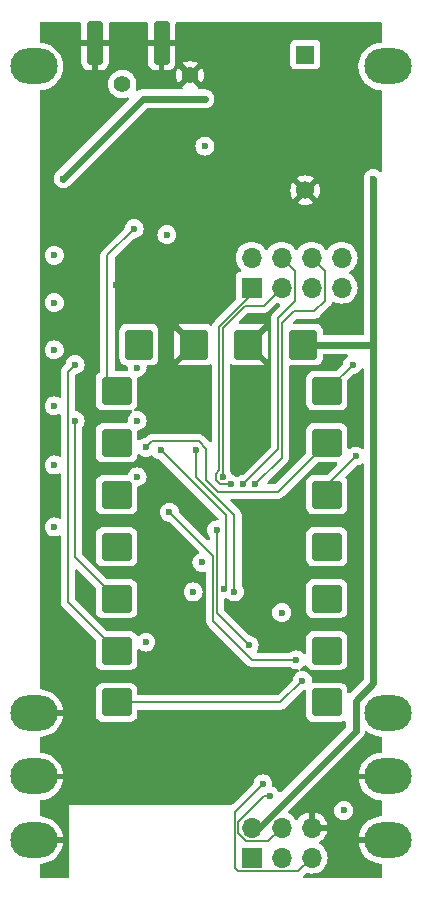
<source format=gbr>
%TF.GenerationSoftware,KiCad,Pcbnew,8.0.8*%
%TF.CreationDate,2025-01-26T19:35:19-06:00*%
%TF.ProjectId,ptSolar,7074536f-6c61-4722-9e6b-696361645f70,rev?*%
%TF.SameCoordinates,Original*%
%TF.FileFunction,Copper,L4,Bot*%
%TF.FilePolarity,Positive*%
%FSLAX46Y46*%
G04 Gerber Fmt 4.6, Leading zero omitted, Abs format (unit mm)*
G04 Created by KiCad (PCBNEW 8.0.8) date 2025-01-26 19:35:19*
%MOMM*%
%LPD*%
G01*
G04 APERTURE LIST*
G04 Aperture macros list*
%AMRoundRect*
0 Rectangle with rounded corners*
0 $1 Rounding radius*
0 $2 $3 $4 $5 $6 $7 $8 $9 X,Y pos of 4 corners*
0 Add a 4 corners polygon primitive as box body*
4,1,4,$2,$3,$4,$5,$6,$7,$8,$9,$2,$3,0*
0 Add four circle primitives for the rounded corners*
1,1,$1+$1,$2,$3*
1,1,$1+$1,$4,$5*
1,1,$1+$1,$6,$7*
1,1,$1+$1,$8,$9*
0 Add four rect primitives between the rounded corners*
20,1,$1+$1,$2,$3,$4,$5,0*
20,1,$1+$1,$4,$5,$6,$7,0*
20,1,$1+$1,$6,$7,$8,$9,0*
20,1,$1+$1,$8,$9,$2,$3,0*%
G04 Aperture macros list end*
%TA.AperFunction,ComponentPad*%
%ADD10C,1.400000*%
%TD*%
%TA.AperFunction,ComponentPad*%
%ADD11O,4.000000X3.000000*%
%TD*%
%TA.AperFunction,SMDPad,CuDef*%
%ADD12RoundRect,0.115000X-1.135000X-1.035000X1.135000X-1.035000X1.135000X1.035000X-1.135000X1.035000X0*%
%TD*%
%TA.AperFunction,SMDPad,CuDef*%
%ADD13RoundRect,0.115000X-1.035000X-1.135000X1.035000X-1.135000X1.035000X1.135000X-1.035000X1.135000X0*%
%TD*%
%TA.AperFunction,ComponentPad*%
%ADD14R,1.524000X1.524000*%
%TD*%
%TA.AperFunction,ComponentPad*%
%ADD15C,1.524000*%
%TD*%
%TA.AperFunction,ComponentPad*%
%ADD16R,1.700000X1.700000*%
%TD*%
%TA.AperFunction,ComponentPad*%
%ADD17O,1.700000X1.700000*%
%TD*%
%TA.AperFunction,SMDPad,CuDef*%
%ADD18RoundRect,0.250000X0.425000X1.600000X-0.425000X1.600000X-0.425000X-1.600000X0.425000X-1.600000X0*%
%TD*%
%TA.AperFunction,ViaPad*%
%ADD19C,0.600000*%
%TD*%
%TA.AperFunction,Conductor*%
%ADD20C,0.200000*%
%TD*%
%TA.AperFunction,Conductor*%
%ADD21C,0.600000*%
%TD*%
G04 APERTURE END LIST*
D10*
%TO.P,ANT2b1,1,Pin_1*%
%TO.N,GND*%
X150500000Y-72750000D03*
%TD*%
%TO.P,ANT2a1,1,Pin_1*%
%TO.N,Net-(ANT2-In)*%
X144750000Y-73500000D03*
%TD*%
D11*
%TO.P,J1,1,V+*%
%TO.N,Net-(D4-A)*%
X137250000Y-72000000D03*
%TO.P,J1,2,V-*%
%TO.N,GND*%
X137250000Y-126750000D03*
X137250000Y-132125000D03*
X137250000Y-137500000D03*
%TD*%
%TO.P,J2,2,V-*%
%TO.N,GND*%
X167250000Y-137500000D03*
X167250000Y-132125000D03*
X167250000Y-126750000D03*
%TO.P,J2,1,V+*%
%TO.N,Net-(D5-A)*%
X167250000Y-72000000D03*
%TD*%
D12*
%TO.P,U2,1,Squelch*%
%TO.N,unconnected-(U2-Squelch-Pad1)*%
X162065000Y-125860000D03*
%TO.P,U2,2,NC*%
%TO.N,unconnected-(U2-NC-Pad2)*%
X162065000Y-121460000D03*
%TO.P,U2,3,AF-OUT*%
%TO.N,unconnected-(U2-AF-OUT-Pad3)*%
X162065000Y-117060000D03*
%TO.P,U2,4,NC*%
%TO.N,unconnected-(U2-NC-Pad4)*%
X162065000Y-112660000D03*
%TO.P,U2,5,PTT*%
%TO.N,Net-(Q2-C)*%
X162065000Y-108260000D03*
%TO.P,U2,6,POWER_SAVE*%
%TO.N,Net-(Q1-D)*%
X162065000Y-103860000D03*
%TO.P,U2,7,HIGH/LOW*%
%TO.N,Net-(U2-HIGH{slash}LOW)*%
X162065000Y-99460000D03*
D13*
%TO.P,U2,8,VBAT*%
%TO.N,+BATT*%
X160065000Y-95560000D03*
%TO.P,U2,9,GND*%
%TO.N,GND*%
X155431666Y-95560000D03*
%TO.P,U2,10,GND*%
X150798333Y-95560000D03*
%TO.P,U2,11,NC*%
%TO.N,unconnected-(U2-NC-Pad11)*%
X146165000Y-95560000D03*
D12*
%TO.P,U2,12,ANTENNA*%
%TO.N,Net-(U2-ANTENNA)*%
X144265000Y-99460000D03*
%TO.P,U2,13,NC*%
%TO.N,unconnected-(U2-NC-Pad13)*%
X144265000Y-103860000D03*
%TO.P,U2,14,NC*%
%TO.N,unconnected-(U2-NC-Pad14)*%
X144265000Y-108260000D03*
%TO.P,U2,15,NC*%
%TO.N,unconnected-(U2-NC-Pad15)*%
X144265000Y-112660000D03*
%TO.P,U2,16,RX_DATA*%
%TO.N,Net-(Q3-D)*%
X144265000Y-117060000D03*
%TO.P,U2,17,TX_DATA*%
%TO.N,Net-(Q4-D)*%
X144265000Y-121460000D03*
%TO.P,U2,18,MIC-IN*%
%TO.N,Net-(U2-MIC-IN)*%
X144265000Y-125860000D03*
%TD*%
D14*
%TO.P,C1,1*%
%TO.N,Net-(D1-K)*%
X160250000Y-71000000D03*
D15*
%TO.P,C1,2*%
%TO.N,GND*%
X160250000Y-82500000D03*
%TD*%
D16*
%TO.P,J5,1,Pin_1*%
%TO.N,Net-(J5-Pin_1)*%
X155700000Y-90740000D03*
D17*
%TO.P,J5,2,Pin_2*%
%TO.N,+3.3V*%
X155700000Y-88200000D03*
%TO.P,J5,3,Pin_3*%
%TO.N,Net-(J5-Pin_3)*%
X158240000Y-90740000D03*
%TO.P,J5,4,Pin_4*%
%TO.N,/SCL*%
X158240000Y-88200000D03*
%TO.P,J5,5,Pin_5*%
%TO.N,GND*%
X160780000Y-90740000D03*
%TO.P,J5,6,Pin_6*%
%TO.N,/SDA*%
X160780000Y-88200000D03*
%TO.P,J5,7,Pin_7*%
%TO.N,/DIG-PTT*%
X163320000Y-90740000D03*
%TO.P,J5,8,Pin_8*%
%TO.N,Net-(J5-Pin_8)*%
X163320000Y-88200000D03*
%TD*%
D18*
%TO.P,ANT2,2,Ext*%
%TO.N,GND*%
X148075000Y-70000000D03*
X142425000Y-70000000D03*
%TD*%
D16*
%TO.P,J4,1,Pin_1*%
%TO.N,/MISO*%
X155700000Y-139000000D03*
D17*
%TO.P,J4,2,Pin_2*%
%TO.N,+BATT*%
X155700000Y-136460000D03*
%TO.P,J4,3,Pin_3*%
%TO.N,/SCK*%
X158240000Y-139000000D03*
%TO.P,J4,4,Pin_4*%
%TO.N,/MOSI*%
X158240000Y-136460000D03*
%TO.P,J4,5,Pin_5*%
%TO.N,/RESET*%
X160780000Y-139000000D03*
%TO.P,J4,6,Pin_6*%
%TO.N,GND*%
X160780000Y-136460000D03*
%TD*%
D19*
%TO.N,GND*%
X159750000Y-98750000D03*
X144250000Y-90500000D03*
%TO.N,+3.3V*%
X146750000Y-120750000D03*
%TO.N,Net-(Q1-D)*%
X146750000Y-104250000D03*
%TO.N,GND*%
X164500000Y-93250000D03*
X156000000Y-93250000D03*
X155250000Y-113250000D03*
%TO.N,Net-(U7-PD3)*%
X159500000Y-122250000D03*
X148750000Y-109750000D03*
%TO.N,+3.3V*%
X163500000Y-135000000D03*
X158250000Y-118250000D03*
%TO.N,GND*%
X159500000Y-109250000D03*
X148750000Y-120000000D03*
X164250000Y-119250000D03*
X153000000Y-123250000D03*
X153000000Y-131250000D03*
X139000000Y-123750000D03*
X139000000Y-113750000D03*
X140750000Y-94000000D03*
X151250000Y-92500000D03*
X165750000Y-77000000D03*
X165250000Y-69000000D03*
X139750000Y-69000000D03*
X151750000Y-69000000D03*
X151000000Y-76750000D03*
X151000000Y-81500000D03*
X151000000Y-85000000D03*
X142500000Y-85500000D03*
X151250000Y-89750000D03*
%TO.N,+3.3V*%
X146000000Y-106750000D03*
X146000000Y-102000000D03*
X146000000Y-97500000D03*
X148531250Y-86250000D03*
%TO.N,GND*%
X150500000Y-112750000D03*
X150500000Y-114500000D03*
%TO.N,+3.3V*%
X151500000Y-114000000D03*
%TO.N,Net-(U2-HIGH{slash}LOW)*%
X164250000Y-97250000D03*
%TO.N,+BATT*%
X139000000Y-111000000D03*
X166000000Y-108500000D03*
X139000000Y-92000000D03*
X139000000Y-88000000D03*
X139000000Y-96000000D03*
X139000000Y-100750000D03*
X139000000Y-105750000D03*
X151750000Y-78750000D03*
%TO.N,Net-(J5-Pin_8)*%
X150750000Y-116500000D03*
%TO.N,/SDA*%
X156000000Y-107400000D03*
%TO.N,/SCL*%
X155000000Y-107400000D03*
%TO.N,Net-(J5-Pin_1)*%
X153925735Y-107400000D03*
%TO.N,Net-(J5-Pin_3)*%
X153250000Y-106750000D03*
%TO.N,Net-(Q2-C)*%
X164500000Y-105000000D03*
%TO.N,Net-(Q4-D)*%
X140750000Y-97250000D03*
%TO.N,Net-(Q4-S)*%
X154250000Y-116500000D03*
X151000000Y-104500000D03*
%TO.N,Net-(Q3-D)*%
X140750000Y-102000000D03*
%TO.N,Net-(Q3-S)*%
X148000000Y-104500000D03*
X153350000Y-116250000D03*
%TO.N,/RESET*%
X152750000Y-111250000D03*
X155500000Y-121000000D03*
X156650000Y-132750000D03*
%TO.N,+BATT*%
X166000000Y-81500000D03*
%TO.N,Net-(D1-K)*%
X151750000Y-74750000D03*
X139750000Y-81500000D03*
%TO.N,Net-(U2-ANTENNA)*%
X145750000Y-85750000D03*
%TO.N,Net-(U2-MIC-IN)*%
X160000000Y-124000000D03*
%TO.N,/MOSI*%
X157250000Y-133750000D03*
%TD*%
D20*
%TO.N,Net-(U2-ANTENNA)*%
X143500000Y-88000000D02*
X145750000Y-85750000D01*
X143500000Y-98695000D02*
X143500000Y-88000000D01*
X144265000Y-99460000D02*
X143500000Y-98695000D01*
%TO.N,Net-(Q4-S)*%
X151000000Y-106750000D02*
X154250000Y-110000000D01*
X154250000Y-110000000D02*
X154250000Y-116500000D01*
X151000000Y-104500000D02*
X151000000Y-106750000D01*
%TO.N,Net-(Q1-D)*%
X151860000Y-104360000D02*
X151250000Y-103750000D01*
X151250000Y-103750000D02*
X147250000Y-103750000D01*
X151860000Y-107020122D02*
X151860000Y-104360000D01*
X152839878Y-108000000D02*
X151860000Y-107020122D01*
X157925000Y-108000000D02*
X152839878Y-108000000D01*
X147250000Y-103750000D02*
X146750000Y-104250000D01*
X162065000Y-103860000D02*
X157925000Y-108000000D01*
D21*
%TO.N,+BATT*%
X156290000Y-136460000D02*
X155700000Y-136460000D01*
X164500000Y-128250000D02*
X156290000Y-136460000D01*
X166000000Y-124210787D02*
X164500000Y-125710787D01*
X166000000Y-108500000D02*
X166000000Y-124210787D01*
X164500000Y-125710787D02*
X164500000Y-128250000D01*
D20*
%TO.N,Net-(J5-Pin_3)*%
X158240000Y-90760000D02*
X158240000Y-90740000D01*
X156750000Y-92250000D02*
X158240000Y-90760000D01*
X155160122Y-92250000D02*
X156750000Y-92250000D01*
X153250000Y-94160122D02*
X155160122Y-92250000D01*
X153250000Y-106750000D02*
X153250000Y-94160122D01*
%TO.N,/SCL*%
X159390000Y-89350000D02*
X158240000Y-88200000D01*
X159390000Y-91860000D02*
X159390000Y-89350000D01*
X157960000Y-104440000D02*
X157960000Y-93290000D01*
X155000000Y-107400000D02*
X157960000Y-104440000D01*
X157960000Y-93290000D02*
X159390000Y-91860000D01*
%TO.N,/SDA*%
X158250000Y-93750000D02*
X158250000Y-105150000D01*
X159250000Y-92750000D02*
X158250000Y-93750000D01*
X161930000Y-91830000D02*
X161010000Y-92750000D01*
X161930000Y-89350000D02*
X161930000Y-91830000D01*
X158250000Y-105150000D02*
X156000000Y-107400000D01*
X160780000Y-88200000D02*
X161930000Y-89350000D01*
X161010000Y-92750000D02*
X159250000Y-92750000D01*
%TO.N,Net-(J5-Pin_1)*%
X152960000Y-94040000D02*
X155700000Y-91300000D01*
X155700000Y-91300000D02*
X155700000Y-90740000D01*
X152960000Y-106191471D02*
X152960000Y-94040000D01*
X152650000Y-106501471D02*
X152960000Y-106191471D01*
X152650000Y-107025000D02*
X152650000Y-106501471D01*
X153025000Y-107400000D02*
X152650000Y-107025000D01*
X153925735Y-107400000D02*
X153025000Y-107400000D01*
%TO.N,Net-(Q3-S)*%
X153500000Y-110000000D02*
X148000000Y-104500000D01*
X153500000Y-116100000D02*
X153500000Y-110000000D01*
X153350000Y-116250000D02*
X153500000Y-116100000D01*
%TO.N,Net-(U7-PD3)*%
X152460000Y-118960000D02*
X155750000Y-122250000D01*
X152460000Y-113460000D02*
X152460000Y-118960000D01*
X155750000Y-122250000D02*
X159500000Y-122250000D01*
X148750000Y-109750000D02*
X152460000Y-113460000D01*
D21*
%TO.N,+BATT*%
X166000000Y-108500000D02*
X166000000Y-90774999D01*
D20*
%TO.N,Net-(Q3-D)*%
X140750000Y-113545000D02*
X144265000Y-117060000D01*
X140750000Y-102000000D02*
X140750000Y-113545000D01*
%TO.N,Net-(Q4-D)*%
X140150000Y-97850000D02*
X140150000Y-117345000D01*
X140750000Y-97250000D02*
X140150000Y-97850000D01*
X140150000Y-117345000D02*
X144265000Y-121460000D01*
%TO.N,/RESET*%
X159630000Y-140150000D02*
X160780000Y-139000000D01*
X154550000Y-140150000D02*
X159630000Y-140150000D01*
X154260000Y-135140000D02*
X154260000Y-139860000D01*
X154260000Y-139860000D02*
X154550000Y-140150000D01*
X156650000Y-132750000D02*
X154260000Y-135140000D01*
%TO.N,/MOSI*%
X157090000Y-137610000D02*
X158240000Y-136460000D01*
X156783654Y-133750000D02*
X154550000Y-135983654D01*
X157250000Y-133750000D02*
X156783654Y-133750000D01*
X154550000Y-136936346D02*
X155223654Y-137610000D01*
X154550000Y-135983654D02*
X154550000Y-136936346D01*
X155223654Y-137610000D02*
X157090000Y-137610000D01*
%TO.N,Net-(U2-HIGH{slash}LOW)*%
X162065000Y-99435000D02*
X162065000Y-99460000D01*
X164250000Y-97250000D02*
X162065000Y-99435000D01*
%TO.N,Net-(Q2-C)*%
X164500000Y-105000000D02*
X162065000Y-107435000D01*
X162065000Y-107435000D02*
X162065000Y-108260000D01*
D21*
%TO.N,+BATT*%
X166000000Y-95500000D02*
X166000000Y-90774999D01*
X165940000Y-95560000D02*
X166000000Y-95500000D01*
X160065000Y-95560000D02*
X165940000Y-95560000D01*
D20*
%TO.N,/RESET*%
X152750000Y-118250000D02*
X152750000Y-111250000D01*
X155500000Y-121000000D02*
X152750000Y-118250000D01*
D21*
%TO.N,+BATT*%
X166000000Y-90774999D02*
X166000000Y-81500000D01*
%TO.N,Net-(D1-K)*%
X139750000Y-81500000D02*
X146500000Y-74750000D01*
X146500000Y-74750000D02*
X151750000Y-74750000D01*
D20*
%TO.N,Net-(U2-MIC-IN)*%
X158140000Y-125860000D02*
X160000000Y-124000000D01*
X144265000Y-125860000D02*
X158140000Y-125860000D01*
%TD*%
%TA.AperFunction,Conductor*%
%TO.N,GND*%
G36*
X141193039Y-68270185D02*
G01*
X141238794Y-68322989D01*
X141250000Y-68374500D01*
X141250000Y-69750000D01*
X143599999Y-69750000D01*
X143599999Y-68374500D01*
X143619684Y-68307461D01*
X143672488Y-68261706D01*
X143723999Y-68250500D01*
X146776000Y-68250500D01*
X146843039Y-68270185D01*
X146888794Y-68322989D01*
X146900000Y-68374500D01*
X146900000Y-69750000D01*
X149249999Y-69750000D01*
X149249999Y-68374500D01*
X149269684Y-68307461D01*
X149322488Y-68261706D01*
X149373999Y-68250500D01*
X166625500Y-68250500D01*
X166692539Y-68270185D01*
X166738294Y-68322989D01*
X166749500Y-68374500D01*
X166749500Y-69875500D01*
X166729815Y-69942539D01*
X166677011Y-69988294D01*
X166625500Y-69999500D01*
X166618872Y-69999500D01*
X166387772Y-70029926D01*
X166358884Y-70033730D01*
X166105581Y-70101602D01*
X166105571Y-70101605D01*
X165863309Y-70201953D01*
X165863299Y-70201958D01*
X165636196Y-70333075D01*
X165428148Y-70492718D01*
X165242718Y-70678148D01*
X165083075Y-70886196D01*
X164951958Y-71113299D01*
X164951953Y-71113309D01*
X164851605Y-71355571D01*
X164851602Y-71355581D01*
X164783730Y-71608885D01*
X164749500Y-71868872D01*
X164749500Y-72131127D01*
X164771668Y-72299500D01*
X164783730Y-72391116D01*
X164823054Y-72537876D01*
X164851602Y-72644418D01*
X164851605Y-72644428D01*
X164951953Y-72886690D01*
X164951958Y-72886700D01*
X165083075Y-73113803D01*
X165242718Y-73321851D01*
X165242726Y-73321860D01*
X165428140Y-73507274D01*
X165428148Y-73507281D01*
X165636196Y-73666924D01*
X165863299Y-73798041D01*
X165863309Y-73798046D01*
X166105571Y-73898394D01*
X166105581Y-73898398D01*
X166358884Y-73966270D01*
X166618880Y-74000500D01*
X166625500Y-74000500D01*
X166692539Y-74020185D01*
X166738294Y-74072989D01*
X166749500Y-74124500D01*
X166749500Y-80818060D01*
X166729815Y-80885099D01*
X166677011Y-80930854D01*
X166607853Y-80940798D01*
X166544297Y-80911773D01*
X166537819Y-80905741D01*
X166502260Y-80870182D01*
X166502257Y-80870180D01*
X166436900Y-80829114D01*
X166433982Y-80827223D01*
X166379179Y-80790605D01*
X166379173Y-80790603D01*
X166378365Y-80790268D01*
X166359865Y-80780709D01*
X166349524Y-80774212D01*
X166349523Y-80774211D01*
X166349522Y-80774211D01*
X166288867Y-80752986D01*
X166282377Y-80750509D01*
X166233496Y-80730262D01*
X166219860Y-80727550D01*
X166203104Y-80722976D01*
X166179260Y-80714633D01*
X166179256Y-80714632D01*
X166179255Y-80714632D01*
X166158575Y-80712301D01*
X166128303Y-80708890D01*
X166118003Y-80707288D01*
X166078844Y-80699500D01*
X166078842Y-80699500D01*
X166051915Y-80699500D01*
X166038031Y-80698720D01*
X166000002Y-80694435D01*
X165999998Y-80694435D01*
X165961969Y-80698720D01*
X165948085Y-80699500D01*
X165921152Y-80699500D01*
X165881994Y-80707288D01*
X165871696Y-80708890D01*
X165820742Y-80714632D01*
X165820735Y-80714634D01*
X165796898Y-80722975D01*
X165780140Y-80727550D01*
X165766502Y-80730263D01*
X165766496Y-80730264D01*
X165717631Y-80750504D01*
X165711140Y-80752982D01*
X165650477Y-80774210D01*
X165650474Y-80774212D01*
X165640127Y-80780713D01*
X165621639Y-80790266D01*
X165620832Y-80790600D01*
X165620824Y-80790604D01*
X165566047Y-80827204D01*
X165563132Y-80829092D01*
X165497742Y-80870180D01*
X165497735Y-80870186D01*
X165370186Y-80997735D01*
X165370180Y-80997742D01*
X165329092Y-81063132D01*
X165327204Y-81066047D01*
X165290604Y-81120824D01*
X165290600Y-81120832D01*
X165290266Y-81121639D01*
X165280713Y-81140127D01*
X165274212Y-81150474D01*
X165274210Y-81150477D01*
X165252982Y-81211140D01*
X165250504Y-81217631D01*
X165230264Y-81266496D01*
X165230263Y-81266502D01*
X165227550Y-81280140D01*
X165222975Y-81296898D01*
X165214634Y-81320735D01*
X165214632Y-81320742D01*
X165208890Y-81371696D01*
X165207288Y-81381994D01*
X165199500Y-81421152D01*
X165199500Y-81448085D01*
X165198720Y-81461969D01*
X165194435Y-81499998D01*
X165194435Y-81500001D01*
X165198720Y-81538029D01*
X165199500Y-81551914D01*
X165199500Y-94635500D01*
X165179815Y-94702539D01*
X165127011Y-94748294D01*
X165075500Y-94759500D01*
X161839499Y-94759500D01*
X161772460Y-94739815D01*
X161726705Y-94687011D01*
X161715499Y-94635500D01*
X161715499Y-94362853D01*
X161715498Y-94362828D01*
X161715225Y-94359370D01*
X161712754Y-94327949D01*
X161669368Y-94178613D01*
X161590206Y-94044757D01*
X161590204Y-94044755D01*
X161590201Y-94044751D01*
X161480248Y-93934798D01*
X161480240Y-93934792D01*
X161346387Y-93855632D01*
X161346382Y-93855630D01*
X161197055Y-93812246D01*
X161197049Y-93812245D01*
X161162166Y-93809500D01*
X161162159Y-93809500D01*
X159339097Y-93809500D01*
X159272058Y-93789815D01*
X159226303Y-93737011D01*
X159216359Y-93667853D01*
X159245384Y-93604297D01*
X159251416Y-93597819D01*
X159462417Y-93386819D01*
X159523740Y-93353334D01*
X159550098Y-93350500D01*
X160923331Y-93350500D01*
X160923347Y-93350501D01*
X160930943Y-93350501D01*
X161089054Y-93350501D01*
X161089057Y-93350501D01*
X161241785Y-93309577D01*
X161291904Y-93280639D01*
X161378716Y-93230520D01*
X161490520Y-93118716D01*
X161490520Y-93118714D01*
X161500728Y-93108507D01*
X161500730Y-93108504D01*
X162288506Y-92320728D01*
X162288511Y-92320724D01*
X162298714Y-92310520D01*
X162298716Y-92310520D01*
X162410520Y-92198716D01*
X162489577Y-92061784D01*
X162503470Y-92009932D01*
X162539833Y-91950275D01*
X162602680Y-91919745D01*
X162672056Y-91928039D01*
X162675619Y-91929632D01*
X162856337Y-92013903D01*
X163084592Y-92075063D01*
X163248644Y-92089416D01*
X163319999Y-92095659D01*
X163320000Y-92095659D01*
X163320001Y-92095659D01*
X163364290Y-92091784D01*
X163555408Y-92075063D01*
X163783663Y-92013903D01*
X163997830Y-91914035D01*
X164191401Y-91778495D01*
X164358495Y-91611401D01*
X164494035Y-91417830D01*
X164593903Y-91203663D01*
X164655063Y-90975408D01*
X164675659Y-90740000D01*
X164655063Y-90504592D01*
X164593903Y-90276337D01*
X164494035Y-90062171D01*
X164358495Y-89868599D01*
X164358494Y-89868597D01*
X164191402Y-89701506D01*
X164191396Y-89701501D01*
X164005842Y-89571575D01*
X163962217Y-89516998D01*
X163955023Y-89447500D01*
X163986546Y-89385145D01*
X164005842Y-89368425D01*
X164068800Y-89324341D01*
X164191401Y-89238495D01*
X164358495Y-89071401D01*
X164494035Y-88877830D01*
X164593903Y-88663663D01*
X164655063Y-88435408D01*
X164675659Y-88200000D01*
X164673843Y-88179249D01*
X164665953Y-88089059D01*
X164655063Y-87964592D01*
X164593903Y-87736337D01*
X164494035Y-87522171D01*
X164492150Y-87519478D01*
X164358494Y-87328597D01*
X164191402Y-87161506D01*
X164191395Y-87161501D01*
X163997834Y-87025967D01*
X163997830Y-87025965D01*
X163997828Y-87025964D01*
X163783663Y-86926097D01*
X163783659Y-86926096D01*
X163783655Y-86926094D01*
X163555413Y-86864938D01*
X163555403Y-86864936D01*
X163320001Y-86844341D01*
X163319999Y-86844341D01*
X163084596Y-86864936D01*
X163084586Y-86864938D01*
X162856344Y-86926094D01*
X162856335Y-86926098D01*
X162642171Y-87025964D01*
X162642169Y-87025965D01*
X162448597Y-87161505D01*
X162281505Y-87328597D01*
X162151575Y-87514158D01*
X162096998Y-87557783D01*
X162027500Y-87564977D01*
X161965145Y-87533454D01*
X161948425Y-87514158D01*
X161818494Y-87328597D01*
X161651402Y-87161506D01*
X161651395Y-87161501D01*
X161457834Y-87025967D01*
X161457830Y-87025965D01*
X161457828Y-87025964D01*
X161243663Y-86926097D01*
X161243659Y-86926096D01*
X161243655Y-86926094D01*
X161015413Y-86864938D01*
X161015403Y-86864936D01*
X160780001Y-86844341D01*
X160779999Y-86844341D01*
X160544596Y-86864936D01*
X160544586Y-86864938D01*
X160316344Y-86926094D01*
X160316335Y-86926098D01*
X160102171Y-87025964D01*
X160102169Y-87025965D01*
X159908597Y-87161505D01*
X159741505Y-87328597D01*
X159611575Y-87514158D01*
X159556998Y-87557783D01*
X159487500Y-87564977D01*
X159425145Y-87533454D01*
X159408425Y-87514158D01*
X159278494Y-87328597D01*
X159111402Y-87161506D01*
X159111395Y-87161501D01*
X158917834Y-87025967D01*
X158917830Y-87025965D01*
X158917828Y-87025964D01*
X158703663Y-86926097D01*
X158703659Y-86926096D01*
X158703655Y-86926094D01*
X158475413Y-86864938D01*
X158475403Y-86864936D01*
X158240001Y-86844341D01*
X158239999Y-86844341D01*
X158004596Y-86864936D01*
X158004586Y-86864938D01*
X157776344Y-86926094D01*
X157776335Y-86926098D01*
X157562171Y-87025964D01*
X157562169Y-87025965D01*
X157368597Y-87161505D01*
X157201505Y-87328597D01*
X157071575Y-87514158D01*
X157016998Y-87557783D01*
X156947500Y-87564977D01*
X156885145Y-87533454D01*
X156868425Y-87514158D01*
X156738494Y-87328597D01*
X156571402Y-87161506D01*
X156571395Y-87161501D01*
X156377834Y-87025967D01*
X156377830Y-87025965D01*
X156377828Y-87025964D01*
X156163663Y-86926097D01*
X156163659Y-86926096D01*
X156163655Y-86926094D01*
X155935413Y-86864938D01*
X155935403Y-86864936D01*
X155700001Y-86844341D01*
X155699999Y-86844341D01*
X155464596Y-86864936D01*
X155464586Y-86864938D01*
X155236344Y-86926094D01*
X155236335Y-86926098D01*
X155022171Y-87025964D01*
X155022169Y-87025965D01*
X154828597Y-87161505D01*
X154661505Y-87328597D01*
X154525965Y-87522169D01*
X154525964Y-87522171D01*
X154426098Y-87736335D01*
X154426094Y-87736344D01*
X154364938Y-87964586D01*
X154364936Y-87964596D01*
X154344341Y-88199999D01*
X154344341Y-88200000D01*
X154364936Y-88435403D01*
X154364938Y-88435413D01*
X154426094Y-88663655D01*
X154426096Y-88663659D01*
X154426097Y-88663663D01*
X154455067Y-88725789D01*
X154525965Y-88877830D01*
X154525967Y-88877834D01*
X154634281Y-89032521D01*
X154661501Y-89071396D01*
X154661506Y-89071402D01*
X154783430Y-89193326D01*
X154816915Y-89254649D01*
X154811931Y-89324341D01*
X154770059Y-89380274D01*
X154739083Y-89397189D01*
X154607669Y-89446203D01*
X154607664Y-89446206D01*
X154492455Y-89532452D01*
X154492452Y-89532455D01*
X154406206Y-89647664D01*
X154406202Y-89647671D01*
X154355908Y-89782517D01*
X154349501Y-89842116D01*
X154349500Y-89842135D01*
X154349500Y-91637870D01*
X154349501Y-91637876D01*
X154355909Y-91697484D01*
X154357692Y-91705029D01*
X154355361Y-91705579D01*
X154359494Y-91763441D01*
X154326011Y-91824752D01*
X152591286Y-93559478D01*
X152479481Y-93671282D01*
X152479479Y-93671285D01*
X152429361Y-93758094D01*
X152429359Y-93758096D01*
X152400425Y-93808209D01*
X152400423Y-93808214D01*
X152387733Y-93855571D01*
X152351367Y-93915231D01*
X152288520Y-93945759D01*
X152219144Y-93937462D01*
X152204839Y-93930207D01*
X152079524Y-93856097D01*
X152079515Y-93856093D01*
X151930309Y-93812744D01*
X151930303Y-93812743D01*
X151895439Y-93810000D01*
X149701237Y-93810000D01*
X149701215Y-93810001D01*
X149666360Y-93812744D01*
X149517148Y-93856093D01*
X149473682Y-93881798D01*
X150887427Y-95295543D01*
X150920912Y-95356866D01*
X150915928Y-95426558D01*
X150887428Y-95470905D01*
X150798333Y-95560000D01*
X150887427Y-95649094D01*
X150920912Y-95710417D01*
X150915928Y-95780109D01*
X150887427Y-95824456D01*
X149473682Y-97238200D01*
X149517147Y-97263905D01*
X149517150Y-97263906D01*
X149666356Y-97307255D01*
X149666362Y-97307256D01*
X149701226Y-97309999D01*
X151895428Y-97309999D01*
X151895450Y-97309998D01*
X151930305Y-97307255D01*
X152079515Y-97263906D01*
X152079520Y-97263904D01*
X152172379Y-97208988D01*
X152240103Y-97191805D01*
X152306365Y-97213965D01*
X152350129Y-97268431D01*
X152359500Y-97315720D01*
X152359500Y-103710903D01*
X152339815Y-103777942D01*
X152287011Y-103823697D01*
X152217853Y-103833641D01*
X152154297Y-103804616D01*
X152147819Y-103798584D01*
X151737590Y-103388355D01*
X151737588Y-103388352D01*
X151618717Y-103269481D01*
X151618716Y-103269480D01*
X151531904Y-103219360D01*
X151531904Y-103219359D01*
X151531900Y-103219358D01*
X151481785Y-103190423D01*
X151329057Y-103149499D01*
X151170943Y-103149499D01*
X151163347Y-103149499D01*
X151163331Y-103149500D01*
X147336670Y-103149500D01*
X147336654Y-103149499D01*
X147329058Y-103149499D01*
X147170943Y-103149499D01*
X147094579Y-103169961D01*
X147018214Y-103190423D01*
X147018209Y-103190426D01*
X146881290Y-103269475D01*
X146881286Y-103269478D01*
X146731465Y-103419299D01*
X146670142Y-103452783D01*
X146657668Y-103454837D01*
X146570750Y-103464630D01*
X146400478Y-103524210D01*
X146247737Y-103620184D01*
X146227180Y-103640742D01*
X146165857Y-103674227D01*
X146096165Y-103669243D01*
X146040232Y-103627371D01*
X146015815Y-103561907D01*
X146015499Y-103553061D01*
X146015499Y-102914631D01*
X146035184Y-102847592D01*
X146087988Y-102801837D01*
X146125610Y-102791411D01*
X146179255Y-102785368D01*
X146349522Y-102725789D01*
X146502262Y-102629816D01*
X146629816Y-102502262D01*
X146725789Y-102349522D01*
X146785368Y-102179255D01*
X146785369Y-102179249D01*
X146805565Y-102000003D01*
X146805565Y-101999996D01*
X146785369Y-101820750D01*
X146785368Y-101820745D01*
X146725788Y-101650476D01*
X146653461Y-101535369D01*
X146629816Y-101497738D01*
X146502262Y-101370184D01*
X146502259Y-101370182D01*
X146349523Y-101274211D01*
X146179254Y-101214631D01*
X146179249Y-101214630D01*
X146000004Y-101194435D01*
X145999996Y-101194435D01*
X145866111Y-101209519D01*
X145797289Y-101197464D01*
X145745910Y-101150115D01*
X145728286Y-101082504D01*
X145750013Y-101016098D01*
X145776236Y-100988313D01*
X145780234Y-100985211D01*
X145780243Y-100985206D01*
X145890206Y-100875243D01*
X145969368Y-100741387D01*
X146012754Y-100592051D01*
X146015500Y-100557159D01*
X146015499Y-98414631D01*
X146035184Y-98347593D01*
X146087987Y-98301838D01*
X146125616Y-98291412D01*
X146179249Y-98285369D01*
X146179252Y-98285368D01*
X146179255Y-98285368D01*
X146349522Y-98225789D01*
X146502262Y-98129816D01*
X146629816Y-98002262D01*
X146725789Y-97849522D01*
X146785368Y-97679255D01*
X146790044Y-97637756D01*
X146805565Y-97500003D01*
X146805565Y-97499998D01*
X146799749Y-97448384D01*
X146811803Y-97379562D01*
X146859152Y-97328182D01*
X146922969Y-97310499D01*
X147262146Y-97310499D01*
X147262158Y-97310499D01*
X147297051Y-97307754D01*
X147446387Y-97264368D01*
X147580243Y-97185206D01*
X147690206Y-97075243D01*
X147769368Y-96941387D01*
X147812754Y-96792051D01*
X147815500Y-96757159D01*
X147815499Y-94362886D01*
X149148333Y-94362886D01*
X149148333Y-96757095D01*
X149148334Y-96757117D01*
X149151076Y-96791969D01*
X149164974Y-96839806D01*
X150444780Y-95560001D01*
X150444780Y-95559999D01*
X149164974Y-94280192D01*
X149151077Y-94328028D01*
X149151076Y-94328033D01*
X149148333Y-94362886D01*
X147815499Y-94362886D01*
X147815499Y-94362842D01*
X147812754Y-94327949D01*
X147769368Y-94178613D01*
X147690206Y-94044757D01*
X147690204Y-94044755D01*
X147690201Y-94044751D01*
X147580248Y-93934798D01*
X147580240Y-93934792D01*
X147446387Y-93855632D01*
X147446382Y-93855630D01*
X147297055Y-93812246D01*
X147297049Y-93812245D01*
X147262159Y-93809500D01*
X145067853Y-93809500D01*
X145067828Y-93809501D01*
X145032948Y-93812246D01*
X144883617Y-93855630D01*
X144883612Y-93855632D01*
X144749759Y-93934792D01*
X144749751Y-93934798D01*
X144639798Y-94044751D01*
X144639792Y-94044759D01*
X144560632Y-94178612D01*
X144560630Y-94178617D01*
X144517246Y-94327944D01*
X144517245Y-94327950D01*
X144514500Y-94362833D01*
X144514500Y-96757146D01*
X144514501Y-96757171D01*
X144517246Y-96792051D01*
X144560630Y-96941382D01*
X144560632Y-96941387D01*
X144639792Y-97075240D01*
X144639798Y-97075248D01*
X144749751Y-97185201D01*
X144749755Y-97185204D01*
X144749757Y-97185206D01*
X144883613Y-97264368D01*
X144897598Y-97268431D01*
X145032944Y-97307753D01*
X145032947Y-97307753D01*
X145032949Y-97307754D01*
X145067841Y-97310500D01*
X145077022Y-97310499D01*
X145144060Y-97330178D01*
X145189820Y-97382978D01*
X145200250Y-97448381D01*
X145194435Y-97499994D01*
X145194435Y-97500003D01*
X145213771Y-97671617D01*
X145201717Y-97740438D01*
X145154367Y-97791818D01*
X145090551Y-97809500D01*
X144224500Y-97809500D01*
X144157461Y-97789815D01*
X144111706Y-97737011D01*
X144100500Y-97685500D01*
X144100500Y-88300097D01*
X144120185Y-88233058D01*
X144136819Y-88212416D01*
X144851498Y-87497737D01*
X145768536Y-86580698D01*
X145829857Y-86547215D01*
X145842310Y-86545163D01*
X145929255Y-86535368D01*
X146099522Y-86475789D01*
X146252262Y-86379816D01*
X146379816Y-86252262D01*
X146381240Y-86249996D01*
X147725685Y-86249996D01*
X147725685Y-86250003D01*
X147745880Y-86429249D01*
X147745881Y-86429254D01*
X147805461Y-86599523D01*
X147901434Y-86752262D01*
X148028988Y-86879816D01*
X148181728Y-86975789D01*
X148351995Y-87035368D01*
X148352000Y-87035369D01*
X148531246Y-87055565D01*
X148531250Y-87055565D01*
X148531254Y-87055565D01*
X148710499Y-87035369D01*
X148710502Y-87035368D01*
X148710505Y-87035368D01*
X148880772Y-86975789D01*
X149033512Y-86879816D01*
X149161066Y-86752262D01*
X149257039Y-86599522D01*
X149316618Y-86429255D01*
X149316619Y-86429249D01*
X149336815Y-86250003D01*
X149336815Y-86249996D01*
X149316619Y-86070750D01*
X149316618Y-86070745D01*
X149257039Y-85900478D01*
X149161066Y-85747738D01*
X149033512Y-85620184D01*
X148880773Y-85524211D01*
X148710504Y-85464631D01*
X148710499Y-85464630D01*
X148531254Y-85444435D01*
X148531246Y-85444435D01*
X148352000Y-85464630D01*
X148351995Y-85464631D01*
X148181726Y-85524211D01*
X148028987Y-85620184D01*
X147901434Y-85747737D01*
X147805461Y-85900476D01*
X147745881Y-86070745D01*
X147745880Y-86070750D01*
X147725685Y-86249996D01*
X146381240Y-86249996D01*
X146475789Y-86099522D01*
X146535368Y-85929255D01*
X146535369Y-85929249D01*
X146555565Y-85750003D01*
X146555565Y-85749996D01*
X146535369Y-85570750D01*
X146535368Y-85570745D01*
X146475788Y-85400476D01*
X146379815Y-85247737D01*
X146252262Y-85120184D01*
X146099523Y-85024211D01*
X145929254Y-84964631D01*
X145929249Y-84964630D01*
X145750004Y-84944435D01*
X145749996Y-84944435D01*
X145570750Y-84964630D01*
X145570745Y-84964631D01*
X145400476Y-85024211D01*
X145247737Y-85120184D01*
X145120184Y-85247737D01*
X145024210Y-85400478D01*
X144964630Y-85570750D01*
X144954837Y-85657667D01*
X144927770Y-85722081D01*
X144919298Y-85731464D01*
X143131286Y-87519478D01*
X143019481Y-87631282D01*
X143019479Y-87631285D01*
X142969361Y-87718094D01*
X142969359Y-87718096D01*
X142940425Y-87768209D01*
X142940424Y-87768210D01*
X142940423Y-87768215D01*
X142899499Y-87920943D01*
X142899499Y-87920945D01*
X142899499Y-88089046D01*
X142899500Y-88089059D01*
X142899500Y-97775507D01*
X142879815Y-97842546D01*
X142838622Y-97882239D01*
X142749757Y-97934794D01*
X142749751Y-97934798D01*
X142639798Y-98044751D01*
X142639792Y-98044759D01*
X142560632Y-98178612D01*
X142560630Y-98178617D01*
X142517246Y-98327944D01*
X142517245Y-98327950D01*
X142514500Y-98362833D01*
X142514500Y-100557146D01*
X142514501Y-100557171D01*
X142517246Y-100592051D01*
X142560630Y-100741382D01*
X142560632Y-100741387D01*
X142639792Y-100875240D01*
X142639798Y-100875248D01*
X142749751Y-100985201D01*
X142749755Y-100985204D01*
X142749757Y-100985206D01*
X142883613Y-101064368D01*
X142922994Y-101075809D01*
X143032944Y-101107753D01*
X143032947Y-101107753D01*
X143032949Y-101107754D01*
X143067841Y-101110500D01*
X145462158Y-101110499D01*
X145472827Y-101109659D01*
X145541201Y-101124023D01*
X145590958Y-101173073D01*
X145606298Y-101241238D01*
X145582350Y-101306876D01*
X145548527Y-101338270D01*
X145497740Y-101370182D01*
X145497737Y-101370184D01*
X145370184Y-101497737D01*
X145274211Y-101650476D01*
X145214631Y-101820745D01*
X145214630Y-101820750D01*
X145194435Y-101999996D01*
X145194435Y-102000005D01*
X145202503Y-102071618D01*
X145190448Y-102140440D01*
X145143098Y-102191818D01*
X145079283Y-102209500D01*
X143067853Y-102209500D01*
X143067828Y-102209501D01*
X143032948Y-102212246D01*
X142883617Y-102255630D01*
X142883612Y-102255632D01*
X142749759Y-102334792D01*
X142749751Y-102334798D01*
X142639798Y-102444751D01*
X142639792Y-102444759D01*
X142560632Y-102578612D01*
X142560630Y-102578617D01*
X142517246Y-102727944D01*
X142517245Y-102727950D01*
X142514500Y-102762833D01*
X142514500Y-104957146D01*
X142514501Y-104957171D01*
X142517246Y-104992051D01*
X142560630Y-105141382D01*
X142560632Y-105141387D01*
X142639792Y-105275240D01*
X142639798Y-105275248D01*
X142749751Y-105385201D01*
X142749755Y-105385204D01*
X142749757Y-105385206D01*
X142883613Y-105464368D01*
X142922994Y-105475809D01*
X143032944Y-105507753D01*
X143032947Y-105507753D01*
X143032949Y-105507754D01*
X143067841Y-105510500D01*
X145462158Y-105510499D01*
X145497051Y-105507754D01*
X145646387Y-105464368D01*
X145780243Y-105385206D01*
X145890206Y-105275243D01*
X145969368Y-105141387D01*
X146008046Y-105008255D01*
X146012753Y-104992055D01*
X146012754Y-104992049D01*
X146014777Y-104966346D01*
X146015500Y-104957159D01*
X146015499Y-104946945D01*
X146035178Y-104879908D01*
X146087979Y-104834149D01*
X146157136Y-104824200D01*
X146220694Y-104853220D01*
X146227180Y-104859258D01*
X146247738Y-104879816D01*
X146293110Y-104908325D01*
X146385449Y-104966346D01*
X146400478Y-104975789D01*
X146538860Y-105024211D01*
X146570745Y-105035368D01*
X146570750Y-105035369D01*
X146749996Y-105055565D01*
X146750000Y-105055565D01*
X146750004Y-105055565D01*
X146929249Y-105035369D01*
X146929252Y-105035368D01*
X146929255Y-105035368D01*
X147099522Y-104975789D01*
X147114551Y-104966346D01*
X147145421Y-104946949D01*
X147176650Y-104927325D01*
X147243887Y-104908325D01*
X147310722Y-104928692D01*
X147347616Y-104966346D01*
X147370182Y-105002260D01*
X147370184Y-105002262D01*
X147497738Y-105129816D01*
X147650478Y-105225789D01*
X147820745Y-105285368D01*
X147907669Y-105295161D01*
X147972080Y-105322226D01*
X147981465Y-105330700D01*
X152863181Y-110212416D01*
X152896666Y-110273739D01*
X152899500Y-110300097D01*
X152899500Y-110322523D01*
X152879815Y-110389562D01*
X152827011Y-110435317D01*
X152761620Y-110445744D01*
X152754024Y-110444888D01*
X152750000Y-110444435D01*
X152749999Y-110444435D01*
X152749996Y-110444435D01*
X152570750Y-110464630D01*
X152570745Y-110464631D01*
X152400476Y-110524211D01*
X152247737Y-110620184D01*
X152120184Y-110747737D01*
X152024211Y-110900476D01*
X151964631Y-111070745D01*
X151964630Y-111070750D01*
X151944435Y-111249996D01*
X151944435Y-111250003D01*
X151964630Y-111429249D01*
X151964631Y-111429254D01*
X152024211Y-111599523D01*
X152043245Y-111629815D01*
X152100458Y-111720869D01*
X152120185Y-111752263D01*
X152122445Y-111755097D01*
X152123334Y-111757275D01*
X152123889Y-111758158D01*
X152123734Y-111758255D01*
X152148855Y-111819783D01*
X152149500Y-111832412D01*
X152149500Y-112000903D01*
X152129815Y-112067942D01*
X152077011Y-112113697D01*
X152007853Y-112123641D01*
X151944297Y-112094616D01*
X151937819Y-112088584D01*
X149580700Y-109731465D01*
X149547215Y-109670142D01*
X149545163Y-109657686D01*
X149535368Y-109570745D01*
X149475789Y-109400478D01*
X149379816Y-109247738D01*
X149252262Y-109120184D01*
X149099523Y-109024211D01*
X148929254Y-108964631D01*
X148929249Y-108964630D01*
X148750004Y-108944435D01*
X148749996Y-108944435D01*
X148570750Y-108964630D01*
X148570745Y-108964631D01*
X148400476Y-109024211D01*
X148247737Y-109120184D01*
X148120184Y-109247737D01*
X148024211Y-109400476D01*
X147964631Y-109570745D01*
X147964630Y-109570750D01*
X147944435Y-109749996D01*
X147944435Y-109750003D01*
X147964630Y-109929249D01*
X147964631Y-109929254D01*
X148024211Y-110099523D01*
X148117968Y-110248735D01*
X148120184Y-110252262D01*
X148247738Y-110379816D01*
X148400478Y-110475789D01*
X148570745Y-110535368D01*
X148657669Y-110545161D01*
X148722080Y-110572226D01*
X148731465Y-110580700D01*
X151214278Y-113063513D01*
X151247763Y-113124836D01*
X151242779Y-113194528D01*
X151200907Y-113250461D01*
X151167554Y-113268235D01*
X151150478Y-113274210D01*
X150997737Y-113370184D01*
X150870184Y-113497737D01*
X150774211Y-113650476D01*
X150714631Y-113820745D01*
X150714630Y-113820750D01*
X150694435Y-113999996D01*
X150694435Y-114000003D01*
X150714630Y-114179249D01*
X150714631Y-114179254D01*
X150774211Y-114349523D01*
X150802620Y-114394735D01*
X150870184Y-114502262D01*
X150997738Y-114629816D01*
X151088080Y-114686582D01*
X151100040Y-114694097D01*
X151150478Y-114725789D01*
X151320739Y-114785366D01*
X151320745Y-114785368D01*
X151320750Y-114785369D01*
X151499996Y-114805565D01*
X151500000Y-114805565D01*
X151500004Y-114805565D01*
X151679249Y-114785369D01*
X151679251Y-114785368D01*
X151679255Y-114785368D01*
X151694542Y-114780019D01*
X151764320Y-114776455D01*
X151824949Y-114811182D01*
X151857178Y-114873174D01*
X151859500Y-114897059D01*
X151859500Y-118873330D01*
X151859499Y-118873348D01*
X151859499Y-119039054D01*
X151859498Y-119039054D01*
X151900423Y-119191785D01*
X151929358Y-119241900D01*
X151929359Y-119241904D01*
X151929360Y-119241904D01*
X151979479Y-119328714D01*
X151979481Y-119328717D01*
X152098349Y-119447585D01*
X152098354Y-119447589D01*
X155381284Y-122730520D01*
X155381286Y-122730521D01*
X155381290Y-122730524D01*
X155518209Y-122809573D01*
X155518216Y-122809577D01*
X155670943Y-122850501D01*
X155670945Y-122850501D01*
X155836654Y-122850501D01*
X155836670Y-122850500D01*
X158917588Y-122850500D01*
X158984627Y-122870185D01*
X158994903Y-122877555D01*
X158997736Y-122879814D01*
X158997738Y-122879816D01*
X159150478Y-122975789D01*
X159244298Y-123008618D01*
X159320745Y-123035368D01*
X159320750Y-123035369D01*
X159499996Y-123055565D01*
X159500000Y-123055565D01*
X159500002Y-123055565D01*
X159547042Y-123050264D01*
X159567496Y-123047960D01*
X159636318Y-123060014D01*
X159687697Y-123107363D01*
X159705322Y-123174973D01*
X159683596Y-123241379D01*
X159647353Y-123276173D01*
X159497739Y-123370182D01*
X159370184Y-123497737D01*
X159274210Y-123650478D01*
X159214630Y-123820750D01*
X159204837Y-123907668D01*
X159177770Y-123972082D01*
X159169298Y-123981465D01*
X157927584Y-125223181D01*
X157866261Y-125256666D01*
X157839903Y-125259500D01*
X146139499Y-125259500D01*
X146072460Y-125239815D01*
X146026705Y-125187011D01*
X146015499Y-125135500D01*
X146015499Y-124762853D01*
X146015498Y-124762828D01*
X146015225Y-124759370D01*
X146012754Y-124727949D01*
X145969368Y-124578613D01*
X145890206Y-124444757D01*
X145890204Y-124444755D01*
X145890201Y-124444751D01*
X145780248Y-124334798D01*
X145780240Y-124334792D01*
X145646387Y-124255632D01*
X145646382Y-124255630D01*
X145497055Y-124212246D01*
X145497049Y-124212245D01*
X145462159Y-124209500D01*
X143067853Y-124209500D01*
X143067828Y-124209501D01*
X143032948Y-124212246D01*
X142883617Y-124255630D01*
X142883612Y-124255632D01*
X142749759Y-124334792D01*
X142749751Y-124334798D01*
X142639798Y-124444751D01*
X142639792Y-124444759D01*
X142560632Y-124578612D01*
X142560630Y-124578617D01*
X142517246Y-124727944D01*
X142517245Y-124727950D01*
X142514500Y-124762833D01*
X142514500Y-126957146D01*
X142514501Y-126957171D01*
X142517246Y-126992051D01*
X142560630Y-127141382D01*
X142560632Y-127141387D01*
X142639792Y-127275240D01*
X142639798Y-127275248D01*
X142749751Y-127385201D01*
X142749755Y-127385204D01*
X142749757Y-127385206D01*
X142883613Y-127464368D01*
X142922994Y-127475809D01*
X143032944Y-127507753D01*
X143032947Y-127507753D01*
X143032949Y-127507754D01*
X143067841Y-127510500D01*
X145462158Y-127510499D01*
X145497051Y-127507754D01*
X145646387Y-127464368D01*
X145780243Y-127385206D01*
X145890206Y-127275243D01*
X145969368Y-127141387D01*
X146012754Y-126992051D01*
X146015500Y-126957159D01*
X146015500Y-126584500D01*
X146035185Y-126517461D01*
X146087989Y-126471706D01*
X146139500Y-126460500D01*
X158053331Y-126460500D01*
X158053347Y-126460501D01*
X158060943Y-126460501D01*
X158219054Y-126460501D01*
X158219057Y-126460501D01*
X158371785Y-126419577D01*
X158421904Y-126390639D01*
X158508716Y-126340520D01*
X158620520Y-126228716D01*
X158620520Y-126228714D01*
X158630728Y-126218507D01*
X158630730Y-126218504D01*
X160018535Y-124830698D01*
X160079856Y-124797215D01*
X160092324Y-124795162D01*
X160176617Y-124785665D01*
X160245439Y-124797720D01*
X160296818Y-124845069D01*
X160314500Y-124908885D01*
X160314500Y-126957146D01*
X160314501Y-126957171D01*
X160317246Y-126992051D01*
X160360630Y-127141382D01*
X160360632Y-127141387D01*
X160439792Y-127275240D01*
X160439798Y-127275248D01*
X160549751Y-127385201D01*
X160549755Y-127385204D01*
X160549757Y-127385206D01*
X160683613Y-127464368D01*
X160722994Y-127475809D01*
X160832944Y-127507753D01*
X160832947Y-127507753D01*
X160832949Y-127507754D01*
X160867841Y-127510500D01*
X163262158Y-127510499D01*
X163297051Y-127507754D01*
X163446387Y-127464368D01*
X163512380Y-127425339D01*
X163580103Y-127408157D01*
X163646365Y-127430317D01*
X163690129Y-127484783D01*
X163699500Y-127532072D01*
X163699500Y-127867059D01*
X163679815Y-127934098D01*
X163663181Y-127954740D01*
X158177912Y-133440008D01*
X158116589Y-133473493D01*
X158046897Y-133468509D01*
X157990964Y-133426637D01*
X157978512Y-133406130D01*
X157975792Y-133400483D01*
X157940440Y-133344221D01*
X157879816Y-133247738D01*
X157752262Y-133120184D01*
X157599523Y-133024211D01*
X157524638Y-132998008D01*
X157467862Y-132957286D01*
X157442115Y-132892333D01*
X157442373Y-132867082D01*
X157455565Y-132750002D01*
X157455565Y-132749996D01*
X157435369Y-132570750D01*
X157435368Y-132570745D01*
X157375788Y-132400476D01*
X157314232Y-132302511D01*
X157279816Y-132247738D01*
X157152262Y-132120184D01*
X156999523Y-132024211D01*
X156829254Y-131964631D01*
X156829249Y-131964630D01*
X156650004Y-131944435D01*
X156649996Y-131944435D01*
X156470750Y-131964630D01*
X156470745Y-131964631D01*
X156300476Y-132024211D01*
X156147737Y-132120184D01*
X156020184Y-132247737D01*
X155924210Y-132400478D01*
X155864630Y-132570750D01*
X155854837Y-132657668D01*
X155827770Y-132722082D01*
X155819298Y-132731465D01*
X154087083Y-134463681D01*
X154025760Y-134497166D01*
X153999402Y-134500000D01*
X140250000Y-134500000D01*
X140250000Y-140625500D01*
X140230315Y-140692539D01*
X140177511Y-140738294D01*
X140126000Y-140749500D01*
X137874500Y-140749500D01*
X137807461Y-140729815D01*
X137761706Y-140677011D01*
X137750500Y-140625500D01*
X137750500Y-139624000D01*
X137770185Y-139556961D01*
X137822989Y-139511206D01*
X137874500Y-139500000D01*
X137881080Y-139500000D01*
X137881094Y-139499999D01*
X138141009Y-139465779D01*
X138141020Y-139465777D01*
X138394255Y-139397924D01*
X138636471Y-139297595D01*
X138636482Y-139297590D01*
X138863528Y-139166503D01*
X139071519Y-139006907D01*
X139071526Y-139006901D01*
X139256901Y-138821526D01*
X139256907Y-138821519D01*
X139416503Y-138613528D01*
X139547590Y-138386482D01*
X139547595Y-138386471D01*
X139647924Y-138144255D01*
X139715778Y-137891016D01*
X139734345Y-137750000D01*
X138475985Y-137750000D01*
X138500000Y-137598377D01*
X138500000Y-137401623D01*
X138475985Y-137250000D01*
X139734345Y-137250000D01*
X139734345Y-137249999D01*
X139715778Y-137108983D01*
X139647924Y-136855744D01*
X139547595Y-136613528D01*
X139547590Y-136613517D01*
X139416503Y-136386471D01*
X139256907Y-136178480D01*
X139256901Y-136178473D01*
X139071526Y-135993098D01*
X139071519Y-135993092D01*
X138863528Y-135833496D01*
X138636482Y-135702409D01*
X138636471Y-135702404D01*
X138394255Y-135602075D01*
X138141020Y-135534222D01*
X138141009Y-135534220D01*
X137881094Y-135500000D01*
X137874500Y-135500000D01*
X137807461Y-135480315D01*
X137761706Y-135427511D01*
X137750500Y-135376000D01*
X137750500Y-134249000D01*
X137770185Y-134181961D01*
X137822989Y-134136206D01*
X137874500Y-134125000D01*
X137881080Y-134125000D01*
X137881094Y-134124999D01*
X138141009Y-134090779D01*
X138141020Y-134090777D01*
X138394255Y-134022924D01*
X138636471Y-133922595D01*
X138636482Y-133922590D01*
X138863528Y-133791503D01*
X139071519Y-133631907D01*
X139071526Y-133631901D01*
X139256901Y-133446526D01*
X139256907Y-133446519D01*
X139416503Y-133238528D01*
X139547590Y-133011482D01*
X139547595Y-133011471D01*
X139647924Y-132769255D01*
X139715778Y-132516016D01*
X139734345Y-132375000D01*
X138475985Y-132375000D01*
X138500000Y-132223377D01*
X138500000Y-132026623D01*
X138475985Y-131875000D01*
X139734345Y-131875000D01*
X139734345Y-131874999D01*
X139715778Y-131733983D01*
X139647924Y-131480744D01*
X139547595Y-131238528D01*
X139547590Y-131238517D01*
X139416503Y-131011471D01*
X139256907Y-130803480D01*
X139256901Y-130803473D01*
X139071526Y-130618098D01*
X139071519Y-130618092D01*
X138863528Y-130458496D01*
X138636482Y-130327409D01*
X138636471Y-130327404D01*
X138394255Y-130227075D01*
X138141020Y-130159222D01*
X138141009Y-130159220D01*
X137881094Y-130125000D01*
X137874500Y-130125000D01*
X137807461Y-130105315D01*
X137761706Y-130052511D01*
X137750500Y-130001000D01*
X137750500Y-128874000D01*
X137770185Y-128806961D01*
X137822989Y-128761206D01*
X137874500Y-128750000D01*
X137881080Y-128750000D01*
X137881094Y-128749999D01*
X138141009Y-128715779D01*
X138141020Y-128715777D01*
X138394255Y-128647924D01*
X138636471Y-128547595D01*
X138636482Y-128547590D01*
X138863528Y-128416503D01*
X139071519Y-128256907D01*
X139071526Y-128256901D01*
X139256901Y-128071526D01*
X139256907Y-128071519D01*
X139416503Y-127863528D01*
X139547590Y-127636482D01*
X139547595Y-127636471D01*
X139647924Y-127394255D01*
X139715778Y-127141016D01*
X139734345Y-127000000D01*
X138475985Y-127000000D01*
X138500000Y-126848377D01*
X138500000Y-126651623D01*
X138475985Y-126500000D01*
X139734345Y-126500000D01*
X139734345Y-126499999D01*
X139715778Y-126358983D01*
X139647924Y-126105744D01*
X139547595Y-125863528D01*
X139547590Y-125863517D01*
X139416503Y-125636471D01*
X139256907Y-125428480D01*
X139256901Y-125428473D01*
X139071526Y-125243098D01*
X139071519Y-125243092D01*
X138863528Y-125083496D01*
X138636482Y-124952409D01*
X138636471Y-124952404D01*
X138394255Y-124852075D01*
X138141020Y-124784222D01*
X138141009Y-124784220D01*
X137881094Y-124750000D01*
X137874500Y-124750000D01*
X137807461Y-124730315D01*
X137761706Y-124677511D01*
X137750500Y-124626000D01*
X137750500Y-100749996D01*
X138194435Y-100749996D01*
X138194435Y-100750003D01*
X138214630Y-100929249D01*
X138214631Y-100929254D01*
X138274211Y-101099523D01*
X138320426Y-101173073D01*
X138370184Y-101252262D01*
X138497738Y-101379816D01*
X138650478Y-101475789D01*
X138713202Y-101497737D01*
X138820745Y-101535368D01*
X138820750Y-101535369D01*
X138999996Y-101555565D01*
X139000000Y-101555565D01*
X139000004Y-101555565D01*
X139179249Y-101535369D01*
X139179252Y-101535368D01*
X139179255Y-101535368D01*
X139349522Y-101475789D01*
X139349524Y-101475788D01*
X139359527Y-101469503D01*
X139426764Y-101450502D01*
X139493599Y-101470869D01*
X139538814Y-101524137D01*
X139549500Y-101574496D01*
X139549500Y-104925503D01*
X139529815Y-104992542D01*
X139477011Y-105038297D01*
X139407853Y-105048241D01*
X139359532Y-105030499D01*
X139349526Y-105024212D01*
X139179254Y-104964631D01*
X139179249Y-104964630D01*
X139000004Y-104944435D01*
X138999996Y-104944435D01*
X138820750Y-104964630D01*
X138820745Y-104964631D01*
X138650476Y-105024211D01*
X138497737Y-105120184D01*
X138370184Y-105247737D01*
X138274211Y-105400476D01*
X138214631Y-105570745D01*
X138214630Y-105570750D01*
X138194435Y-105749996D01*
X138194435Y-105750003D01*
X138214630Y-105929249D01*
X138214631Y-105929254D01*
X138274211Y-106099523D01*
X138316979Y-106167587D01*
X138370184Y-106252262D01*
X138497738Y-106379816D01*
X138650478Y-106475789D01*
X138788649Y-106524137D01*
X138820745Y-106535368D01*
X138820750Y-106535369D01*
X138999996Y-106555565D01*
X139000000Y-106555565D01*
X139000004Y-106555565D01*
X139179249Y-106535369D01*
X139179252Y-106535368D01*
X139179255Y-106535368D01*
X139349522Y-106475789D01*
X139349524Y-106475788D01*
X139359527Y-106469503D01*
X139426764Y-106450502D01*
X139493599Y-106470869D01*
X139538814Y-106524137D01*
X139549500Y-106574496D01*
X139549500Y-110175503D01*
X139529815Y-110242542D01*
X139477011Y-110288297D01*
X139407853Y-110298241D01*
X139359532Y-110280499D01*
X139349526Y-110274212D01*
X139179254Y-110214631D01*
X139179249Y-110214630D01*
X139000004Y-110194435D01*
X138999996Y-110194435D01*
X138820750Y-110214630D01*
X138820745Y-110214631D01*
X138650476Y-110274211D01*
X138497737Y-110370184D01*
X138370184Y-110497737D01*
X138274211Y-110650476D01*
X138214631Y-110820745D01*
X138214630Y-110820750D01*
X138194435Y-110999996D01*
X138194435Y-111000003D01*
X138214630Y-111179249D01*
X138214631Y-111179254D01*
X138274211Y-111349523D01*
X138370184Y-111502262D01*
X138497738Y-111629816D01*
X138650478Y-111725789D01*
X138788649Y-111774137D01*
X138820745Y-111785368D01*
X138820750Y-111785369D01*
X138999996Y-111805565D01*
X139000000Y-111805565D01*
X139000004Y-111805565D01*
X139179249Y-111785369D01*
X139179252Y-111785368D01*
X139179255Y-111785368D01*
X139349522Y-111725789D01*
X139349524Y-111725788D01*
X139359527Y-111719503D01*
X139426764Y-111700502D01*
X139493599Y-111720869D01*
X139538814Y-111774137D01*
X139549500Y-111824496D01*
X139549500Y-117258330D01*
X139549499Y-117258348D01*
X139549499Y-117424054D01*
X139549498Y-117424054D01*
X139549499Y-117424057D01*
X139590423Y-117576785D01*
X139590424Y-117576787D01*
X139590423Y-117576787D01*
X139603538Y-117599501D01*
X139603539Y-117599503D01*
X139669475Y-117713709D01*
X139669481Y-117713717D01*
X139788349Y-117832585D01*
X139788355Y-117832590D01*
X142478181Y-120522416D01*
X142511666Y-120583739D01*
X142514500Y-120610097D01*
X142514500Y-122557146D01*
X142514501Y-122557171D01*
X142517246Y-122592051D01*
X142560630Y-122741382D01*
X142560632Y-122741387D01*
X142639792Y-122875240D01*
X142639798Y-122875248D01*
X142749751Y-122985201D01*
X142749755Y-122985204D01*
X142749757Y-122985206D01*
X142883613Y-123064368D01*
X142920291Y-123075024D01*
X143032944Y-123107753D01*
X143032947Y-123107753D01*
X143032949Y-123107754D01*
X143067841Y-123110500D01*
X145462158Y-123110499D01*
X145497051Y-123107754D01*
X145646387Y-123064368D01*
X145780243Y-122985206D01*
X145890206Y-122875243D01*
X145969368Y-122741387D01*
X146001312Y-122631432D01*
X146012753Y-122592055D01*
X146012754Y-122592049D01*
X146015499Y-122557166D01*
X146015500Y-122557159D01*
X146015499Y-121446938D01*
X146035184Y-121379900D01*
X146087987Y-121334145D01*
X146157146Y-121324201D01*
X146220702Y-121353226D01*
X146227180Y-121359258D01*
X146247738Y-121379816D01*
X146247872Y-121379900D01*
X146382721Y-121464632D01*
X146400478Y-121475789D01*
X146492112Y-121507853D01*
X146570745Y-121535368D01*
X146570750Y-121535369D01*
X146749996Y-121555565D01*
X146750000Y-121555565D01*
X146750004Y-121555565D01*
X146929249Y-121535369D01*
X146929252Y-121535368D01*
X146929255Y-121535368D01*
X147099522Y-121475789D01*
X147252262Y-121379816D01*
X147379816Y-121252262D01*
X147475789Y-121099522D01*
X147535368Y-120929255D01*
X147535369Y-120929249D01*
X147555565Y-120750003D01*
X147555565Y-120749996D01*
X147535369Y-120570750D01*
X147535368Y-120570745D01*
X147475789Y-120400478D01*
X147379816Y-120247738D01*
X147252262Y-120120184D01*
X147252260Y-120120183D01*
X147099523Y-120024211D01*
X146929254Y-119964631D01*
X146929249Y-119964630D01*
X146750004Y-119944435D01*
X146749996Y-119944435D01*
X146570750Y-119964630D01*
X146570745Y-119964631D01*
X146400476Y-120024211D01*
X146247739Y-120120183D01*
X146164140Y-120203782D01*
X146102816Y-120237266D01*
X146033125Y-120232282D01*
X145977191Y-120190410D01*
X145969727Y-120179221D01*
X145969368Y-120178614D01*
X145969368Y-120178613D01*
X145890206Y-120044757D01*
X145890204Y-120044755D01*
X145890201Y-120044751D01*
X145780248Y-119934798D01*
X145780240Y-119934792D01*
X145646387Y-119855632D01*
X145646382Y-119855630D01*
X145497055Y-119812246D01*
X145497049Y-119812245D01*
X145462166Y-119809500D01*
X145462159Y-119809500D01*
X143515097Y-119809500D01*
X143448058Y-119789815D01*
X143427416Y-119773181D01*
X140786819Y-117132584D01*
X140753334Y-117071261D01*
X140750500Y-117044903D01*
X140750500Y-114694097D01*
X140770185Y-114627058D01*
X140822989Y-114581303D01*
X140892147Y-114571359D01*
X140955703Y-114600384D01*
X140962181Y-114606416D01*
X142478181Y-116122416D01*
X142511666Y-116183739D01*
X142514500Y-116210097D01*
X142514500Y-118157146D01*
X142514501Y-118157171D01*
X142517246Y-118192051D01*
X142560630Y-118341382D01*
X142560632Y-118341387D01*
X142639792Y-118475240D01*
X142639798Y-118475248D01*
X142749751Y-118585201D01*
X142749755Y-118585204D01*
X142749757Y-118585206D01*
X142883613Y-118664368D01*
X142922994Y-118675809D01*
X143032944Y-118707753D01*
X143032947Y-118707753D01*
X143032949Y-118707754D01*
X143067841Y-118710500D01*
X145462158Y-118710499D01*
X145497051Y-118707754D01*
X145646387Y-118664368D01*
X145780243Y-118585206D01*
X145890206Y-118475243D01*
X145969368Y-118341387D01*
X146012754Y-118192051D01*
X146015500Y-118157159D01*
X146015499Y-116499996D01*
X149944435Y-116499996D01*
X149944435Y-116500003D01*
X149964630Y-116679249D01*
X149964631Y-116679254D01*
X150024211Y-116849523D01*
X150120184Y-117002262D01*
X150247738Y-117129816D01*
X150400478Y-117225789D01*
X150515220Y-117265939D01*
X150570745Y-117285368D01*
X150570750Y-117285369D01*
X150749996Y-117305565D01*
X150750000Y-117305565D01*
X150750004Y-117305565D01*
X150929249Y-117285369D01*
X150929252Y-117285368D01*
X150929255Y-117285368D01*
X151099522Y-117225789D01*
X151252262Y-117129816D01*
X151379816Y-117002262D01*
X151475789Y-116849522D01*
X151535368Y-116679255D01*
X151555565Y-116500000D01*
X151535368Y-116320745D01*
X151475789Y-116150478D01*
X151458156Y-116122416D01*
X151379815Y-115997737D01*
X151252262Y-115870184D01*
X151099523Y-115774211D01*
X150929254Y-115714631D01*
X150929249Y-115714630D01*
X150750004Y-115694435D01*
X150749996Y-115694435D01*
X150570750Y-115714630D01*
X150570745Y-115714631D01*
X150400476Y-115774211D01*
X150247737Y-115870184D01*
X150120184Y-115997737D01*
X150024211Y-116150476D01*
X149964631Y-116320745D01*
X149964630Y-116320750D01*
X149944435Y-116499996D01*
X146015499Y-116499996D01*
X146015499Y-115962842D01*
X146012754Y-115927949D01*
X145969368Y-115778613D01*
X145890206Y-115644757D01*
X145890204Y-115644755D01*
X145890201Y-115644751D01*
X145780248Y-115534798D01*
X145780240Y-115534792D01*
X145646387Y-115455632D01*
X145646382Y-115455630D01*
X145497055Y-115412246D01*
X145497049Y-115412245D01*
X145462166Y-115409500D01*
X145462159Y-115409500D01*
X143515098Y-115409500D01*
X143448059Y-115389815D01*
X143427417Y-115373181D01*
X141386819Y-113332583D01*
X141353334Y-113271260D01*
X141350500Y-113244902D01*
X141350500Y-111562833D01*
X142514500Y-111562833D01*
X142514500Y-113757146D01*
X142514501Y-113757171D01*
X142517246Y-113792051D01*
X142560630Y-113941382D01*
X142560632Y-113941387D01*
X142639792Y-114075240D01*
X142639798Y-114075248D01*
X142749751Y-114185201D01*
X142749755Y-114185204D01*
X142749757Y-114185206D01*
X142883613Y-114264368D01*
X142922994Y-114275809D01*
X143032944Y-114307753D01*
X143032947Y-114307753D01*
X143032949Y-114307754D01*
X143067841Y-114310500D01*
X145462158Y-114310499D01*
X145497051Y-114307754D01*
X145646387Y-114264368D01*
X145780243Y-114185206D01*
X145890206Y-114075243D01*
X145969368Y-113941387D01*
X146012754Y-113792051D01*
X146015500Y-113757159D01*
X146015499Y-111562842D01*
X146012754Y-111527949D01*
X145969368Y-111378613D01*
X145890206Y-111244757D01*
X145890204Y-111244755D01*
X145890201Y-111244751D01*
X145780248Y-111134798D01*
X145780240Y-111134792D01*
X145646387Y-111055632D01*
X145646382Y-111055630D01*
X145497055Y-111012246D01*
X145497049Y-111012245D01*
X145462159Y-111009500D01*
X143067853Y-111009500D01*
X143067828Y-111009501D01*
X143032948Y-111012246D01*
X142883617Y-111055630D01*
X142883612Y-111055632D01*
X142749759Y-111134792D01*
X142749751Y-111134798D01*
X142639798Y-111244751D01*
X142639792Y-111244759D01*
X142560632Y-111378612D01*
X142560630Y-111378617D01*
X142517246Y-111527944D01*
X142517245Y-111527950D01*
X142514500Y-111562833D01*
X141350500Y-111562833D01*
X141350500Y-107162833D01*
X142514500Y-107162833D01*
X142514500Y-109357146D01*
X142514501Y-109357171D01*
X142517246Y-109392051D01*
X142560630Y-109541382D01*
X142560632Y-109541387D01*
X142639792Y-109675240D01*
X142639798Y-109675248D01*
X142749751Y-109785201D01*
X142749755Y-109785204D01*
X142749757Y-109785206D01*
X142883613Y-109864368D01*
X142922994Y-109875809D01*
X143032944Y-109907753D01*
X143032947Y-109907753D01*
X143032949Y-109907754D01*
X143067841Y-109910500D01*
X145462158Y-109910499D01*
X145497051Y-109907754D01*
X145646387Y-109864368D01*
X145780243Y-109785206D01*
X145890206Y-109675243D01*
X145969368Y-109541387D01*
X146012754Y-109392051D01*
X146015500Y-109357159D01*
X146015499Y-107664630D01*
X146035184Y-107597592D01*
X146087987Y-107551837D01*
X146125610Y-107541411D01*
X146179255Y-107535368D01*
X146349522Y-107475789D01*
X146502262Y-107379816D01*
X146629816Y-107252262D01*
X146725789Y-107099522D01*
X146785368Y-106929255D01*
X146785369Y-106929249D01*
X146805565Y-106750003D01*
X146805565Y-106749996D01*
X146785369Y-106570750D01*
X146785368Y-106570745D01*
X146725788Y-106400476D01*
X146683125Y-106332578D01*
X146629816Y-106247738D01*
X146502262Y-106120184D01*
X146469379Y-106099522D01*
X146349523Y-106024211D01*
X146179254Y-105964631D01*
X146179249Y-105964630D01*
X146000004Y-105944435D01*
X145999996Y-105944435D01*
X145820750Y-105964630D01*
X145820745Y-105964631D01*
X145650476Y-106024211D01*
X145497737Y-106120184D01*
X145370184Y-106247737D01*
X145274210Y-106400478D01*
X145230130Y-106526454D01*
X145189408Y-106583231D01*
X145124455Y-106608978D01*
X145113088Y-106609500D01*
X143067853Y-106609500D01*
X143067828Y-106609501D01*
X143032948Y-106612246D01*
X142883617Y-106655630D01*
X142883612Y-106655632D01*
X142749759Y-106734792D01*
X142749751Y-106734798D01*
X142639798Y-106844751D01*
X142639792Y-106844759D01*
X142560632Y-106978612D01*
X142560630Y-106978617D01*
X142517246Y-107127944D01*
X142517245Y-107127950D01*
X142514500Y-107162833D01*
X141350500Y-107162833D01*
X141350500Y-102582412D01*
X141370185Y-102515373D01*
X141377555Y-102505097D01*
X141379810Y-102502267D01*
X141379816Y-102502262D01*
X141475789Y-102349522D01*
X141535368Y-102179255D01*
X141535369Y-102179249D01*
X141555565Y-102000003D01*
X141555565Y-101999996D01*
X141535369Y-101820750D01*
X141535368Y-101820745D01*
X141475788Y-101650476D01*
X141403461Y-101535369D01*
X141379816Y-101497738D01*
X141252262Y-101370184D01*
X141201471Y-101338270D01*
X141099521Y-101274210D01*
X140929249Y-101214630D01*
X140860616Y-101206897D01*
X140796202Y-101179830D01*
X140756647Y-101122235D01*
X140750500Y-101083677D01*
X140750500Y-98166321D01*
X140770185Y-98099282D01*
X140822989Y-98053527D01*
X140860613Y-98043101D01*
X140929255Y-98035368D01*
X141099522Y-97975789D01*
X141252262Y-97879816D01*
X141379816Y-97752262D01*
X141475789Y-97599522D01*
X141535368Y-97429255D01*
X141542103Y-97369480D01*
X141555565Y-97250003D01*
X141555565Y-97249996D01*
X141535369Y-97070750D01*
X141535368Y-97070745D01*
X141492710Y-96948835D01*
X141475789Y-96900478D01*
X141379816Y-96747738D01*
X141252262Y-96620184D01*
X141099523Y-96524211D01*
X140929254Y-96464631D01*
X140929249Y-96464630D01*
X140750004Y-96444435D01*
X140749996Y-96444435D01*
X140570750Y-96464630D01*
X140570745Y-96464631D01*
X140400476Y-96524211D01*
X140247737Y-96620184D01*
X140120184Y-96747737D01*
X140024210Y-96900478D01*
X139964630Y-97070750D01*
X139954837Y-97157668D01*
X139927770Y-97222082D01*
X139919300Y-97231464D01*
X139781286Y-97369478D01*
X139669481Y-97481282D01*
X139669477Y-97481287D01*
X139627196Y-97554522D01*
X139590424Y-97618211D01*
X139590423Y-97618212D01*
X139574067Y-97679254D01*
X139549499Y-97770943D01*
X139549499Y-97770945D01*
X139549499Y-97939046D01*
X139549500Y-97939059D01*
X139549500Y-99925503D01*
X139529815Y-99992542D01*
X139477011Y-100038297D01*
X139407853Y-100048241D01*
X139359532Y-100030499D01*
X139349526Y-100024212D01*
X139179254Y-99964631D01*
X139179249Y-99964630D01*
X139000004Y-99944435D01*
X138999996Y-99944435D01*
X138820750Y-99964630D01*
X138820745Y-99964631D01*
X138650476Y-100024211D01*
X138497737Y-100120184D01*
X138370184Y-100247737D01*
X138274211Y-100400476D01*
X138214631Y-100570745D01*
X138214630Y-100570750D01*
X138194435Y-100749996D01*
X137750500Y-100749996D01*
X137750500Y-95999996D01*
X138194435Y-95999996D01*
X138194435Y-96000003D01*
X138214630Y-96179249D01*
X138214631Y-96179254D01*
X138274211Y-96349523D01*
X138308603Y-96404257D01*
X138370184Y-96502262D01*
X138497738Y-96629816D01*
X138650478Y-96725789D01*
X138740163Y-96757171D01*
X138820745Y-96785368D01*
X138820750Y-96785369D01*
X138999996Y-96805565D01*
X139000000Y-96805565D01*
X139000004Y-96805565D01*
X139179249Y-96785369D01*
X139179252Y-96785368D01*
X139179255Y-96785368D01*
X139349522Y-96725789D01*
X139502262Y-96629816D01*
X139629816Y-96502262D01*
X139725789Y-96349522D01*
X139785368Y-96179255D01*
X139805565Y-96000000D01*
X139785786Y-95824456D01*
X139785369Y-95820750D01*
X139785368Y-95820745D01*
X139765209Y-95763133D01*
X139725789Y-95650478D01*
X139724919Y-95649094D01*
X139629815Y-95497737D01*
X139502262Y-95370184D01*
X139349523Y-95274211D01*
X139179254Y-95214631D01*
X139179249Y-95214630D01*
X139000004Y-95194435D01*
X138999996Y-95194435D01*
X138820750Y-95214630D01*
X138820745Y-95214631D01*
X138650476Y-95274211D01*
X138497737Y-95370184D01*
X138370184Y-95497737D01*
X138274211Y-95650476D01*
X138214631Y-95820745D01*
X138214630Y-95820750D01*
X138194435Y-95999996D01*
X137750500Y-95999996D01*
X137750500Y-91999996D01*
X138194435Y-91999996D01*
X138194435Y-92000003D01*
X138214630Y-92179249D01*
X138214631Y-92179254D01*
X138274211Y-92349523D01*
X138370184Y-92502262D01*
X138497738Y-92629816D01*
X138650478Y-92725789D01*
X138807230Y-92780639D01*
X138820745Y-92785368D01*
X138820750Y-92785369D01*
X138999996Y-92805565D01*
X139000000Y-92805565D01*
X139000004Y-92805565D01*
X139179249Y-92785369D01*
X139179252Y-92785368D01*
X139179255Y-92785368D01*
X139349522Y-92725789D01*
X139502262Y-92629816D01*
X139629816Y-92502262D01*
X139725789Y-92349522D01*
X139785368Y-92179255D01*
X139795224Y-92091784D01*
X139805565Y-92000003D01*
X139805565Y-91999996D01*
X139785369Y-91820750D01*
X139785368Y-91820745D01*
X139765316Y-91763441D01*
X139725789Y-91650478D01*
X139701231Y-91611395D01*
X139629815Y-91497737D01*
X139502262Y-91370184D01*
X139349523Y-91274211D01*
X139179254Y-91214631D01*
X139179249Y-91214630D01*
X139000004Y-91194435D01*
X138999996Y-91194435D01*
X138820750Y-91214630D01*
X138820745Y-91214631D01*
X138650476Y-91274211D01*
X138497737Y-91370184D01*
X138370184Y-91497737D01*
X138274211Y-91650476D01*
X138214631Y-91820745D01*
X138214630Y-91820750D01*
X138194435Y-91999996D01*
X137750500Y-91999996D01*
X137750500Y-87999996D01*
X138194435Y-87999996D01*
X138194435Y-88000003D01*
X138214630Y-88179249D01*
X138214631Y-88179254D01*
X138274211Y-88349523D01*
X138328177Y-88435408D01*
X138370184Y-88502262D01*
X138497738Y-88629816D01*
X138650478Y-88725789D01*
X138820745Y-88785368D01*
X138820750Y-88785369D01*
X138999996Y-88805565D01*
X139000000Y-88805565D01*
X139000004Y-88805565D01*
X139179249Y-88785369D01*
X139179252Y-88785368D01*
X139179255Y-88785368D01*
X139349522Y-88725789D01*
X139502262Y-88629816D01*
X139629816Y-88502262D01*
X139725789Y-88349522D01*
X139785368Y-88179255D01*
X139796657Y-88079060D01*
X139805565Y-88000003D01*
X139805565Y-87999996D01*
X139785369Y-87820750D01*
X139785368Y-87820745D01*
X139755832Y-87736335D01*
X139725789Y-87650478D01*
X139713727Y-87631282D01*
X139629815Y-87497737D01*
X139502262Y-87370184D01*
X139349523Y-87274211D01*
X139179254Y-87214631D01*
X139179249Y-87214630D01*
X139000004Y-87194435D01*
X138999996Y-87194435D01*
X138820750Y-87214630D01*
X138820745Y-87214631D01*
X138650476Y-87274211D01*
X138497737Y-87370184D01*
X138370184Y-87497737D01*
X138274211Y-87650476D01*
X138214631Y-87820745D01*
X138214630Y-87820750D01*
X138194435Y-87999996D01*
X137750500Y-87999996D01*
X137750500Y-82499999D01*
X158983179Y-82499999D01*
X158983179Y-82500000D01*
X159002424Y-82719976D01*
X159002426Y-82719986D01*
X159059575Y-82933270D01*
X159059580Y-82933284D01*
X159152898Y-83133405D01*
X159152901Y-83133411D01*
X159198258Y-83198187D01*
X159198258Y-83198188D01*
X159869000Y-82527446D01*
X159869000Y-82550160D01*
X159894964Y-82647061D01*
X159945124Y-82733940D01*
X160016060Y-82804876D01*
X160102939Y-82855036D01*
X160199840Y-82881000D01*
X160222553Y-82881000D01*
X159551810Y-83551740D01*
X159616590Y-83597099D01*
X159616592Y-83597100D01*
X159816715Y-83690419D01*
X159816729Y-83690424D01*
X160030013Y-83747573D01*
X160030023Y-83747575D01*
X160249999Y-83766821D01*
X160250001Y-83766821D01*
X160469976Y-83747575D01*
X160469986Y-83747573D01*
X160683270Y-83690424D01*
X160683284Y-83690419D01*
X160883407Y-83597100D01*
X160883417Y-83597094D01*
X160948188Y-83551741D01*
X160277448Y-82881000D01*
X160300160Y-82881000D01*
X160397061Y-82855036D01*
X160483940Y-82804876D01*
X160554876Y-82733940D01*
X160605036Y-82647061D01*
X160631000Y-82550160D01*
X160631000Y-82527447D01*
X161301741Y-83198188D01*
X161347094Y-83133417D01*
X161347100Y-83133407D01*
X161440419Y-82933284D01*
X161440424Y-82933270D01*
X161497573Y-82719986D01*
X161497575Y-82719976D01*
X161516821Y-82500000D01*
X161516821Y-82499999D01*
X161497575Y-82280023D01*
X161497573Y-82280013D01*
X161440424Y-82066729D01*
X161440420Y-82066720D01*
X161347096Y-81866586D01*
X161301741Y-81801811D01*
X161301740Y-81801810D01*
X160631000Y-82472551D01*
X160631000Y-82449840D01*
X160605036Y-82352939D01*
X160554876Y-82266060D01*
X160483940Y-82195124D01*
X160397061Y-82144964D01*
X160300160Y-82119000D01*
X160277447Y-82119000D01*
X160948188Y-81448258D01*
X160883411Y-81402901D01*
X160883405Y-81402898D01*
X160683284Y-81309580D01*
X160683270Y-81309575D01*
X160469986Y-81252426D01*
X160469976Y-81252424D01*
X160250001Y-81233179D01*
X160249999Y-81233179D01*
X160030023Y-81252424D01*
X160030013Y-81252426D01*
X159816729Y-81309575D01*
X159816720Y-81309579D01*
X159616590Y-81402901D01*
X159551811Y-81448258D01*
X160222554Y-82119000D01*
X160199840Y-82119000D01*
X160102939Y-82144964D01*
X160016060Y-82195124D01*
X159945124Y-82266060D01*
X159894964Y-82352939D01*
X159869000Y-82449840D01*
X159869000Y-82472553D01*
X159198258Y-81801811D01*
X159152901Y-81866590D01*
X159059579Y-82066720D01*
X159059575Y-82066729D01*
X159002426Y-82280013D01*
X159002424Y-82280023D01*
X158983179Y-82499999D01*
X137750500Y-82499999D01*
X137750500Y-81499998D01*
X138944435Y-81499998D01*
X138944435Y-81500001D01*
X138948720Y-81538029D01*
X138949500Y-81551914D01*
X138949500Y-81578844D01*
X138957288Y-81618003D01*
X138958890Y-81628303D01*
X138964632Y-81679252D01*
X138964633Y-81679260D01*
X138972976Y-81703104D01*
X138977550Y-81719860D01*
X138980262Y-81733496D01*
X139000509Y-81782377D01*
X139002988Y-81788872D01*
X139024212Y-81849524D01*
X139030709Y-81859865D01*
X139040268Y-81878365D01*
X139040603Y-81879173D01*
X139040605Y-81879179D01*
X139077223Y-81933982D01*
X139079114Y-81936900D01*
X139120180Y-82002257D01*
X139120182Y-82002260D01*
X139120184Y-82002262D01*
X139247738Y-82129816D01*
X139313096Y-82170883D01*
X139313131Y-82170905D01*
X139316040Y-82172790D01*
X139370821Y-82209394D01*
X139371606Y-82209719D01*
X139390134Y-82219289D01*
X139400478Y-82225789D01*
X139461175Y-82247028D01*
X139467607Y-82249484D01*
X139496021Y-82261253D01*
X139516497Y-82269735D01*
X139516498Y-82269735D01*
X139516503Y-82269737D01*
X139530139Y-82272449D01*
X139546898Y-82277023D01*
X139570745Y-82285368D01*
X139621714Y-82291110D01*
X139631992Y-82292709D01*
X139659140Y-82298109D01*
X139671157Y-82300500D01*
X139671158Y-82300500D01*
X139698085Y-82300500D01*
X139711969Y-82301280D01*
X139749998Y-82305565D01*
X139750000Y-82305565D01*
X139750002Y-82305565D01*
X139788031Y-82301280D01*
X139801915Y-82300500D01*
X139828841Y-82300500D01*
X139828842Y-82300500D01*
X139868017Y-82292707D01*
X139878283Y-82291110D01*
X139929255Y-82285368D01*
X139953100Y-82277023D01*
X139969862Y-82272448D01*
X139983497Y-82269737D01*
X140032389Y-82249484D01*
X140038837Y-82247023D01*
X140099522Y-82225789D01*
X140109868Y-82219287D01*
X140128390Y-82209720D01*
X140129179Y-82209394D01*
X140183987Y-82172771D01*
X140186825Y-82170931D01*
X140252262Y-82129816D01*
X140379816Y-82002262D01*
X143632082Y-78749996D01*
X150944435Y-78749996D01*
X150944435Y-78750003D01*
X150964630Y-78929249D01*
X150964631Y-78929254D01*
X151024211Y-79099523D01*
X151120184Y-79252262D01*
X151247738Y-79379816D01*
X151400478Y-79475789D01*
X151570745Y-79535368D01*
X151570750Y-79535369D01*
X151749996Y-79555565D01*
X151750000Y-79555565D01*
X151750004Y-79555565D01*
X151929249Y-79535369D01*
X151929252Y-79535368D01*
X151929255Y-79535368D01*
X152099522Y-79475789D01*
X152252262Y-79379816D01*
X152379816Y-79252262D01*
X152475789Y-79099522D01*
X152535368Y-78929255D01*
X152555565Y-78750000D01*
X152535368Y-78570745D01*
X152475789Y-78400478D01*
X152379816Y-78247738D01*
X152252262Y-78120184D01*
X152099523Y-78024211D01*
X151929254Y-77964631D01*
X151929249Y-77964630D01*
X151750004Y-77944435D01*
X151749996Y-77944435D01*
X151570750Y-77964630D01*
X151570745Y-77964631D01*
X151400476Y-78024211D01*
X151247737Y-78120184D01*
X151120184Y-78247737D01*
X151024211Y-78400476D01*
X150964631Y-78570745D01*
X150964630Y-78570750D01*
X150944435Y-78749996D01*
X143632082Y-78749996D01*
X146795259Y-75586819D01*
X146856582Y-75553334D01*
X146882940Y-75550500D01*
X151698085Y-75550500D01*
X151711969Y-75551280D01*
X151749998Y-75555565D01*
X151750000Y-75555565D01*
X151750002Y-75555565D01*
X151788031Y-75551280D01*
X151801915Y-75550500D01*
X151828841Y-75550500D01*
X151828842Y-75550500D01*
X151868017Y-75542707D01*
X151878283Y-75541110D01*
X151929255Y-75535368D01*
X151953100Y-75527023D01*
X151969862Y-75522448D01*
X151983497Y-75519737D01*
X152032389Y-75499484D01*
X152038837Y-75497023D01*
X152099522Y-75475789D01*
X152109868Y-75469287D01*
X152128390Y-75459720D01*
X152129179Y-75459394D01*
X152183987Y-75422771D01*
X152186825Y-75420931D01*
X152252262Y-75379816D01*
X152379816Y-75252262D01*
X152420931Y-75186825D01*
X152422777Y-75183979D01*
X152459389Y-75129186D01*
X152459394Y-75129179D01*
X152459720Y-75128390D01*
X152469287Y-75109868D01*
X152475789Y-75099522D01*
X152497023Y-75038837D01*
X152499484Y-75032389D01*
X152519737Y-74983497D01*
X152522448Y-74969862D01*
X152527023Y-74953100D01*
X152535368Y-74929255D01*
X152541110Y-74878283D01*
X152542707Y-74868017D01*
X152550500Y-74828842D01*
X152550500Y-74801914D01*
X152551280Y-74788029D01*
X152555565Y-74750001D01*
X152555565Y-74749998D01*
X152551280Y-74711969D01*
X152550500Y-74698085D01*
X152550500Y-74671157D01*
X152542711Y-74632003D01*
X152541110Y-74621714D01*
X152535368Y-74570745D01*
X152527023Y-74546898D01*
X152522449Y-74530139D01*
X152519737Y-74516503D01*
X152499484Y-74467607D01*
X152497028Y-74461175D01*
X152475789Y-74400478D01*
X152469289Y-74390134D01*
X152459719Y-74371606D01*
X152459394Y-74370821D01*
X152422790Y-74316040D01*
X152420905Y-74313131D01*
X152379815Y-74247737D01*
X152252260Y-74120182D01*
X152252257Y-74120180D01*
X152186900Y-74079114D01*
X152183982Y-74077223D01*
X152129179Y-74040605D01*
X152129173Y-74040603D01*
X152128365Y-74040268D01*
X152109865Y-74030709D01*
X152099524Y-74024212D01*
X152099523Y-74024211D01*
X152099522Y-74024211D01*
X152038867Y-74002986D01*
X152032377Y-74000509D01*
X152032355Y-74000500D01*
X152022330Y-73996347D01*
X151983496Y-73980262D01*
X151969860Y-73977550D01*
X151953104Y-73972976D01*
X151929260Y-73964633D01*
X151929256Y-73964632D01*
X151929255Y-73964632D01*
X151908575Y-73962301D01*
X151878303Y-73958890D01*
X151868003Y-73957288D01*
X151828844Y-73949500D01*
X151828842Y-73949500D01*
X151801915Y-73949500D01*
X151788031Y-73948720D01*
X151750002Y-73944435D01*
X151749998Y-73944435D01*
X151711969Y-73948720D01*
X151698085Y-73949500D01*
X151270198Y-73949500D01*
X151203159Y-73929815D01*
X151157404Y-73877011D01*
X151147024Y-73811210D01*
X151153327Y-73756880D01*
X150546447Y-73150000D01*
X150552661Y-73150000D01*
X150654394Y-73122741D01*
X150745606Y-73070080D01*
X150820080Y-72995606D01*
X150872741Y-72904394D01*
X150900000Y-72802661D01*
X150900000Y-72796446D01*
X151508860Y-73405306D01*
X151508861Y-73405306D01*
X151524631Y-73384425D01*
X151524632Y-73384422D01*
X151623759Y-73185350D01*
X151684621Y-72971439D01*
X151705141Y-72750000D01*
X151705141Y-72749999D01*
X151684621Y-72528560D01*
X151623759Y-72314649D01*
X151524633Y-72115577D01*
X151524631Y-72115574D01*
X151508860Y-72094691D01*
X150900000Y-72703552D01*
X150900000Y-72697339D01*
X150872741Y-72595606D01*
X150820080Y-72504394D01*
X150745606Y-72429920D01*
X150654394Y-72377259D01*
X150552661Y-72350000D01*
X150546447Y-72350000D01*
X151153327Y-71743118D01*
X151153326Y-71743117D01*
X151037181Y-71671203D01*
X151037175Y-71671200D01*
X150829804Y-71590865D01*
X150611193Y-71550000D01*
X150388807Y-71550000D01*
X150170195Y-71590865D01*
X149962824Y-71671200D01*
X149962818Y-71671204D01*
X149846672Y-71743117D01*
X149846671Y-71743118D01*
X150453554Y-72350000D01*
X150447339Y-72350000D01*
X150345606Y-72377259D01*
X150254394Y-72429920D01*
X150179920Y-72504394D01*
X150127259Y-72595606D01*
X150100000Y-72697339D01*
X150100000Y-72703553D01*
X149491138Y-72094691D01*
X149491137Y-72094691D01*
X149475369Y-72115571D01*
X149376240Y-72314649D01*
X149315378Y-72528560D01*
X149294859Y-72749999D01*
X149294859Y-72750000D01*
X149315378Y-72971439D01*
X149376240Y-73185350D01*
X149475364Y-73384419D01*
X149475366Y-73384421D01*
X149491138Y-73405306D01*
X150100000Y-72796445D01*
X150100000Y-72802661D01*
X150127259Y-72904394D01*
X150179920Y-72995606D01*
X150254394Y-73070080D01*
X150345606Y-73122741D01*
X150447339Y-73150000D01*
X150453554Y-73150000D01*
X149846671Y-73756880D01*
X149852975Y-73811210D01*
X149841147Y-73880071D01*
X149793968Y-73931606D01*
X149729801Y-73949500D01*
X146421153Y-73949500D01*
X146266510Y-73980260D01*
X146266502Y-73980262D01*
X146120824Y-74040604D01*
X146120816Y-74040608D01*
X146059446Y-74081614D01*
X145992768Y-74102491D01*
X145925388Y-74084006D01*
X145878698Y-74032026D01*
X145867523Y-73963056D01*
X145873053Y-73941153D01*
X145872660Y-73941042D01*
X145884793Y-73898398D01*
X145935115Y-73721536D01*
X145955643Y-73500000D01*
X145946868Y-73405306D01*
X145935115Y-73278464D01*
X145935114Y-73278462D01*
X145908621Y-73185350D01*
X145874229Y-73064472D01*
X145827904Y-72971439D01*
X145775061Y-72865316D01*
X145775056Y-72865308D01*
X145640979Y-72687761D01*
X145476562Y-72537876D01*
X145476560Y-72537874D01*
X145287404Y-72420754D01*
X145287398Y-72420752D01*
X145079940Y-72340382D01*
X144861243Y-72299500D01*
X144638757Y-72299500D01*
X144420060Y-72340382D01*
X144324870Y-72377259D01*
X144212601Y-72420752D01*
X144212595Y-72420754D01*
X144023439Y-72537874D01*
X144023437Y-72537876D01*
X143859020Y-72687761D01*
X143724943Y-72865308D01*
X143724938Y-72865316D01*
X143625775Y-73064461D01*
X143625769Y-73064476D01*
X143564885Y-73278462D01*
X143564884Y-73278464D01*
X143544357Y-73499999D01*
X143544357Y-73500000D01*
X143564884Y-73721535D01*
X143564885Y-73721537D01*
X143625769Y-73935523D01*
X143625775Y-73935538D01*
X143724938Y-74134683D01*
X143724943Y-74134691D01*
X143859020Y-74312238D01*
X144011088Y-74450866D01*
X144022345Y-74461128D01*
X144023437Y-74462123D01*
X144023439Y-74462125D01*
X144212595Y-74579245D01*
X144212596Y-74579245D01*
X144212599Y-74579247D01*
X144420060Y-74659618D01*
X144638757Y-74700500D01*
X144638759Y-74700500D01*
X144861241Y-74700500D01*
X144861243Y-74700500D01*
X145079940Y-74659618D01*
X145149449Y-74632689D01*
X145219071Y-74626827D01*
X145280811Y-74659537D01*
X145315066Y-74720433D01*
X145310961Y-74790182D01*
X145281923Y-74835997D01*
X139247738Y-80870184D01*
X139120186Y-80997735D01*
X139120180Y-80997742D01*
X139079092Y-81063132D01*
X139077204Y-81066047D01*
X139040604Y-81120824D01*
X139040600Y-81120832D01*
X139040266Y-81121639D01*
X139030713Y-81140127D01*
X139024212Y-81150474D01*
X139024210Y-81150477D01*
X139002982Y-81211140D01*
X139000504Y-81217631D01*
X138980264Y-81266496D01*
X138980263Y-81266502D01*
X138977550Y-81280140D01*
X138972975Y-81296898D01*
X138964634Y-81320735D01*
X138964632Y-81320742D01*
X138958890Y-81371696D01*
X138957288Y-81381994D01*
X138949500Y-81421152D01*
X138949500Y-81448085D01*
X138948720Y-81461969D01*
X138944435Y-81499998D01*
X137750500Y-81499998D01*
X137750500Y-74124500D01*
X137770185Y-74057461D01*
X137822989Y-74011706D01*
X137874500Y-74000500D01*
X137881113Y-74000500D01*
X137881120Y-74000500D01*
X138141116Y-73966270D01*
X138394419Y-73898398D01*
X138636697Y-73798043D01*
X138863803Y-73666924D01*
X139071851Y-73507282D01*
X139071855Y-73507277D01*
X139071860Y-73507274D01*
X139257274Y-73321860D01*
X139257277Y-73321855D01*
X139257282Y-73321851D01*
X139416924Y-73113803D01*
X139548043Y-72886697D01*
X139648398Y-72644419D01*
X139716270Y-72391116D01*
X139750500Y-72131120D01*
X139750500Y-71868880D01*
X139721681Y-71649986D01*
X141250001Y-71649986D01*
X141260494Y-71752697D01*
X141315641Y-71919119D01*
X141315643Y-71919124D01*
X141407684Y-72068345D01*
X141531654Y-72192315D01*
X141680875Y-72284356D01*
X141680880Y-72284358D01*
X141847302Y-72339505D01*
X141847309Y-72339506D01*
X141950019Y-72349999D01*
X142174999Y-72349999D01*
X142675000Y-72349999D01*
X142899972Y-72349999D01*
X142899986Y-72349998D01*
X143002697Y-72339505D01*
X143169119Y-72284358D01*
X143169124Y-72284356D01*
X143318345Y-72192315D01*
X143442315Y-72068345D01*
X143534356Y-71919124D01*
X143534358Y-71919119D01*
X143589505Y-71752697D01*
X143589506Y-71752690D01*
X143599999Y-71649986D01*
X146900001Y-71649986D01*
X146910494Y-71752697D01*
X146965641Y-71919119D01*
X146965643Y-71919124D01*
X147057684Y-72068345D01*
X147181654Y-72192315D01*
X147330875Y-72284356D01*
X147330880Y-72284358D01*
X147497302Y-72339505D01*
X147497309Y-72339506D01*
X147600019Y-72349999D01*
X147824999Y-72349999D01*
X148325000Y-72349999D01*
X148549972Y-72349999D01*
X148549986Y-72349998D01*
X148652697Y-72339505D01*
X148819119Y-72284358D01*
X148819124Y-72284356D01*
X148968345Y-72192315D01*
X149092315Y-72068345D01*
X149184356Y-71919124D01*
X149184358Y-71919119D01*
X149239505Y-71752697D01*
X149239506Y-71752690D01*
X149249999Y-71649986D01*
X149250000Y-71649973D01*
X149250000Y-70250000D01*
X148325000Y-70250000D01*
X148325000Y-72349999D01*
X147824999Y-72349999D01*
X147825000Y-72349998D01*
X147825000Y-70250000D01*
X146900001Y-70250000D01*
X146900001Y-71649986D01*
X143599999Y-71649986D01*
X143600000Y-71649973D01*
X143600000Y-70250000D01*
X142675000Y-70250000D01*
X142675000Y-72349999D01*
X142174999Y-72349999D01*
X142175000Y-72349998D01*
X142175000Y-70250000D01*
X141250001Y-70250000D01*
X141250001Y-71649986D01*
X139721681Y-71649986D01*
X139716270Y-71608884D01*
X139648398Y-71355581D01*
X139648394Y-71355571D01*
X139548046Y-71113309D01*
X139548041Y-71113299D01*
X139416924Y-70886196D01*
X139257281Y-70678148D01*
X139257274Y-70678140D01*
X139071860Y-70492726D01*
X139071851Y-70492718D01*
X138863803Y-70333075D01*
X138636700Y-70201958D01*
X138636690Y-70201953D01*
X138608159Y-70190135D01*
X158987500Y-70190135D01*
X158987500Y-71809870D01*
X158987501Y-71809876D01*
X158993908Y-71869483D01*
X159044202Y-72004328D01*
X159044206Y-72004335D01*
X159130452Y-72119544D01*
X159130455Y-72119547D01*
X159245664Y-72205793D01*
X159245671Y-72205797D01*
X159380517Y-72256091D01*
X159380516Y-72256091D01*
X159387444Y-72256835D01*
X159440127Y-72262500D01*
X161059872Y-72262499D01*
X161119483Y-72256091D01*
X161254331Y-72205796D01*
X161369546Y-72119546D01*
X161455796Y-72004331D01*
X161506091Y-71869483D01*
X161512500Y-71809873D01*
X161512499Y-70190128D01*
X161506091Y-70130517D01*
X161495306Y-70101602D01*
X161455797Y-69995671D01*
X161455793Y-69995664D01*
X161369547Y-69880455D01*
X161369544Y-69880452D01*
X161254335Y-69794206D01*
X161254328Y-69794202D01*
X161119482Y-69743908D01*
X161119483Y-69743908D01*
X161059883Y-69737501D01*
X161059881Y-69737500D01*
X161059873Y-69737500D01*
X161059864Y-69737500D01*
X159440129Y-69737500D01*
X159440123Y-69737501D01*
X159380516Y-69743908D01*
X159245671Y-69794202D01*
X159245664Y-69794206D01*
X159130455Y-69880452D01*
X159130452Y-69880455D01*
X159044206Y-69995664D01*
X159044202Y-69995671D01*
X158993908Y-70130517D01*
X158987501Y-70190116D01*
X158987501Y-70190123D01*
X158987500Y-70190135D01*
X138608159Y-70190135D01*
X138394428Y-70101605D01*
X138394421Y-70101603D01*
X138394419Y-70101602D01*
X138141116Y-70033730D01*
X138083339Y-70026123D01*
X137881127Y-69999500D01*
X137881120Y-69999500D01*
X137874500Y-69999500D01*
X137807461Y-69979815D01*
X137761706Y-69927011D01*
X137750500Y-69875500D01*
X137750500Y-68374500D01*
X137770185Y-68307461D01*
X137822989Y-68261706D01*
X137874500Y-68250500D01*
X141126000Y-68250500D01*
X141193039Y-68270185D01*
G37*
%TD.AperFunction*%
%TA.AperFunction,Conductor*%
G36*
X165453827Y-128284064D02*
G01*
X165488061Y-128302625D01*
X165636471Y-128416503D01*
X165863517Y-128547590D01*
X165863528Y-128547595D01*
X166105744Y-128647924D01*
X166358979Y-128715777D01*
X166358990Y-128715779D01*
X166618905Y-128749999D01*
X166618920Y-128750000D01*
X166625500Y-128750000D01*
X166692539Y-128769685D01*
X166738294Y-128822489D01*
X166749500Y-128874000D01*
X166749500Y-130001000D01*
X166729815Y-130068039D01*
X166677011Y-130113794D01*
X166625500Y-130125000D01*
X166618905Y-130125000D01*
X166358990Y-130159220D01*
X166358979Y-130159222D01*
X166105744Y-130227075D01*
X165863528Y-130327404D01*
X165863517Y-130327409D01*
X165636471Y-130458496D01*
X165428480Y-130618092D01*
X165428473Y-130618098D01*
X165243098Y-130803473D01*
X165243092Y-130803480D01*
X165083496Y-131011471D01*
X164952409Y-131238517D01*
X164952404Y-131238528D01*
X164852075Y-131480744D01*
X164784221Y-131733983D01*
X164765654Y-131874999D01*
X164765655Y-131875000D01*
X166024015Y-131875000D01*
X166000000Y-132026623D01*
X166000000Y-132223377D01*
X166024015Y-132375000D01*
X164765655Y-132375000D01*
X164784221Y-132516016D01*
X164852075Y-132769255D01*
X164952404Y-133011471D01*
X164952409Y-133011482D01*
X165083496Y-133238528D01*
X165243092Y-133446519D01*
X165243098Y-133446526D01*
X165428473Y-133631901D01*
X165428480Y-133631907D01*
X165636471Y-133791503D01*
X165863517Y-133922590D01*
X165863528Y-133922595D01*
X166105744Y-134022924D01*
X166358979Y-134090777D01*
X166358990Y-134090779D01*
X166618905Y-134124999D01*
X166618920Y-134125000D01*
X166625500Y-134125000D01*
X166692539Y-134144685D01*
X166738294Y-134197489D01*
X166749500Y-134249000D01*
X166749500Y-135376000D01*
X166729815Y-135443039D01*
X166677011Y-135488794D01*
X166625500Y-135500000D01*
X166618905Y-135500000D01*
X166358990Y-135534220D01*
X166358979Y-135534222D01*
X166105744Y-135602075D01*
X165863528Y-135702404D01*
X165863517Y-135702409D01*
X165636471Y-135833496D01*
X165428480Y-135993092D01*
X165428473Y-135993098D01*
X165243098Y-136178473D01*
X165243092Y-136178480D01*
X165083496Y-136386471D01*
X164952409Y-136613517D01*
X164952404Y-136613528D01*
X164852075Y-136855744D01*
X164784221Y-137108983D01*
X164765654Y-137249999D01*
X164765655Y-137250000D01*
X166024015Y-137250000D01*
X166000000Y-137401623D01*
X166000000Y-137598377D01*
X166024015Y-137750000D01*
X164765655Y-137750000D01*
X164784221Y-137891016D01*
X164852075Y-138144255D01*
X164952404Y-138386471D01*
X164952409Y-138386482D01*
X165083496Y-138613528D01*
X165243092Y-138821519D01*
X165243098Y-138821526D01*
X165428473Y-139006901D01*
X165428480Y-139006907D01*
X165636471Y-139166503D01*
X165863517Y-139297590D01*
X165863528Y-139297595D01*
X166105744Y-139397924D01*
X166358979Y-139465777D01*
X166358990Y-139465779D01*
X166618905Y-139499999D01*
X166618920Y-139500000D01*
X166625500Y-139500000D01*
X166692539Y-139519685D01*
X166738294Y-139572489D01*
X166749500Y-139624000D01*
X166749500Y-140625500D01*
X166729815Y-140692539D01*
X166677011Y-140738294D01*
X166625500Y-140749500D01*
X160179098Y-140749500D01*
X160112059Y-140729815D01*
X160066304Y-140677011D01*
X160056360Y-140607853D01*
X160085385Y-140544297D01*
X160091417Y-140537819D01*
X160110520Y-140518716D01*
X160110520Y-140518715D01*
X160120724Y-140508511D01*
X160120728Y-140508506D01*
X160296470Y-140332763D01*
X160357791Y-140299280D01*
X160416238Y-140300670D01*
X160544592Y-140335063D01*
X160732918Y-140351539D01*
X160779999Y-140355659D01*
X160780000Y-140355659D01*
X160780001Y-140355659D01*
X160819234Y-140352226D01*
X161015408Y-140335063D01*
X161243663Y-140273903D01*
X161457830Y-140174035D01*
X161651401Y-140038495D01*
X161818495Y-139871401D01*
X161954035Y-139677830D01*
X162053903Y-139463663D01*
X162115063Y-139235408D01*
X162135659Y-139000000D01*
X162115063Y-138764592D01*
X162053903Y-138536337D01*
X161954035Y-138322171D01*
X161948425Y-138314158D01*
X161818494Y-138128597D01*
X161651402Y-137961506D01*
X161651401Y-137961505D01*
X161465405Y-137831269D01*
X161421781Y-137776692D01*
X161414588Y-137707193D01*
X161446110Y-137644839D01*
X161465405Y-137628119D01*
X161651082Y-137498105D01*
X161818105Y-137331082D01*
X161953600Y-137137578D01*
X162053429Y-136923492D01*
X162053432Y-136923486D01*
X162110636Y-136710000D01*
X161213012Y-136710000D01*
X161245925Y-136652993D01*
X161280000Y-136525826D01*
X161280000Y-136394174D01*
X161245925Y-136267007D01*
X161213012Y-136210000D01*
X162110636Y-136210000D01*
X162110635Y-136209999D01*
X162053432Y-135996513D01*
X162053429Y-135996507D01*
X161953600Y-135782422D01*
X161953599Y-135782420D01*
X161818113Y-135588926D01*
X161818108Y-135588920D01*
X161651082Y-135421894D01*
X161457578Y-135286399D01*
X161243492Y-135186570D01*
X161243486Y-135186567D01*
X161030000Y-135129364D01*
X161030000Y-136026988D01*
X160972993Y-135994075D01*
X160845826Y-135960000D01*
X160714174Y-135960000D01*
X160587007Y-135994075D01*
X160530000Y-136026988D01*
X160530000Y-135129364D01*
X160529999Y-135129364D01*
X160316513Y-135186567D01*
X160316507Y-135186570D01*
X160102422Y-135286399D01*
X160102420Y-135286400D01*
X159908926Y-135421886D01*
X159908920Y-135421891D01*
X159741891Y-135588920D01*
X159741890Y-135588922D01*
X159611880Y-135774595D01*
X159557303Y-135818219D01*
X159487804Y-135825412D01*
X159425450Y-135793890D01*
X159408730Y-135774594D01*
X159278494Y-135588597D01*
X159111402Y-135421506D01*
X159111395Y-135421501D01*
X158917834Y-135285967D01*
X158917830Y-135285965D01*
X158886544Y-135271376D01*
X158858919Y-135258494D01*
X158806481Y-135212323D01*
X158787329Y-135145129D01*
X158807545Y-135078248D01*
X158823639Y-135058437D01*
X158882080Y-134999996D01*
X162694435Y-134999996D01*
X162694435Y-135000003D01*
X162714630Y-135179249D01*
X162714631Y-135179254D01*
X162774211Y-135349523D01*
X162856394Y-135480315D01*
X162870184Y-135502262D01*
X162997738Y-135629816D01*
X163150478Y-135725789D01*
X163312320Y-135782420D01*
X163320745Y-135785368D01*
X163320750Y-135785369D01*
X163499996Y-135805565D01*
X163500000Y-135805565D01*
X163500004Y-135805565D01*
X163679249Y-135785369D01*
X163679252Y-135785368D01*
X163679255Y-135785368D01*
X163849522Y-135725789D01*
X164002262Y-135629816D01*
X164129816Y-135502262D01*
X164225789Y-135349522D01*
X164285368Y-135179255D01*
X164289213Y-135145129D01*
X164305565Y-135000003D01*
X164305565Y-134999996D01*
X164285369Y-134820750D01*
X164285368Y-134820745D01*
X164225788Y-134650476D01*
X164154211Y-134536563D01*
X164129816Y-134497738D01*
X164002262Y-134370184D01*
X163849523Y-134274211D01*
X163679254Y-134214631D01*
X163679249Y-134214630D01*
X163500004Y-134194435D01*
X163499996Y-134194435D01*
X163320750Y-134214630D01*
X163320745Y-134214631D01*
X163150476Y-134274211D01*
X162997737Y-134370184D01*
X162870184Y-134497737D01*
X162774211Y-134650476D01*
X162714631Y-134820745D01*
X162714630Y-134820750D01*
X162694435Y-134999996D01*
X158882080Y-134999996D01*
X165121788Y-128760290D01*
X165121789Y-128760289D01*
X165209394Y-128629179D01*
X165269737Y-128483497D01*
X165290959Y-128376806D01*
X165323342Y-128314899D01*
X165384058Y-128280325D01*
X165453827Y-128284064D01*
G37*
%TD.AperFunction*%
%TA.AperFunction,Conductor*%
G36*
X162907942Y-105530184D02*
G01*
X162953697Y-105582988D01*
X162963641Y-105652146D01*
X162934616Y-105715702D01*
X162928584Y-105722180D01*
X162077582Y-106573181D01*
X162016259Y-106606666D01*
X161989901Y-106609500D01*
X160867853Y-106609500D01*
X160867828Y-106609501D01*
X160832948Y-106612246D01*
X160683617Y-106655630D01*
X160683612Y-106655632D01*
X160549759Y-106734792D01*
X160549751Y-106734798D01*
X160439798Y-106844751D01*
X160439792Y-106844759D01*
X160360632Y-106978612D01*
X160360630Y-106978617D01*
X160317246Y-107127944D01*
X160317245Y-107127950D01*
X160314500Y-107162833D01*
X160314500Y-109357146D01*
X160314501Y-109357171D01*
X160317246Y-109392051D01*
X160360630Y-109541382D01*
X160360632Y-109541387D01*
X160439792Y-109675240D01*
X160439798Y-109675248D01*
X160549751Y-109785201D01*
X160549755Y-109785204D01*
X160549757Y-109785206D01*
X160683613Y-109864368D01*
X160722994Y-109875809D01*
X160832944Y-109907753D01*
X160832947Y-109907753D01*
X160832949Y-109907754D01*
X160867841Y-109910500D01*
X163262158Y-109910499D01*
X163297051Y-109907754D01*
X163446387Y-109864368D01*
X163580243Y-109785206D01*
X163690206Y-109675243D01*
X163769368Y-109541387D01*
X163812754Y-109392051D01*
X163815500Y-109357159D01*
X163815499Y-107162842D01*
X163812754Y-107127949D01*
X163769368Y-106978613D01*
X163690206Y-106844757D01*
X163690204Y-106844755D01*
X163690201Y-106844751D01*
X163685023Y-106839573D01*
X163651538Y-106778250D01*
X163656522Y-106708558D01*
X163685021Y-106664213D01*
X164518535Y-105830698D01*
X164579856Y-105797215D01*
X164592311Y-105795163D01*
X164679255Y-105785368D01*
X164849522Y-105725789D01*
X165002262Y-105629816D01*
X165002262Y-105629815D01*
X165008158Y-105626111D01*
X165009602Y-105628409D01*
X165062849Y-105606659D01*
X165131547Y-105619401D01*
X165182450Y-105667261D01*
X165199500Y-105730012D01*
X165199500Y-108448085D01*
X165198720Y-108461969D01*
X165194435Y-108499998D01*
X165194435Y-108500001D01*
X165198720Y-108538029D01*
X165199500Y-108551914D01*
X165199500Y-123827847D01*
X165179815Y-123894886D01*
X165163181Y-123915528D01*
X164027180Y-125051529D01*
X163965857Y-125085014D01*
X163896165Y-125080030D01*
X163840232Y-125038158D01*
X163815815Y-124972694D01*
X163815499Y-124963848D01*
X163815499Y-124762853D01*
X163815498Y-124762828D01*
X163815225Y-124759370D01*
X163812754Y-124727949D01*
X163769368Y-124578613D01*
X163690206Y-124444757D01*
X163690204Y-124444755D01*
X163690201Y-124444751D01*
X163580248Y-124334798D01*
X163580240Y-124334792D01*
X163446387Y-124255632D01*
X163446382Y-124255630D01*
X163297055Y-124212246D01*
X163297049Y-124212245D01*
X163262166Y-124209500D01*
X160920716Y-124209500D01*
X160853677Y-124189815D01*
X160807922Y-124137011D01*
X160797496Y-124071616D01*
X160805565Y-124000002D01*
X160805565Y-123999996D01*
X160785369Y-123820750D01*
X160785368Y-123820745D01*
X160725788Y-123650476D01*
X160629815Y-123497737D01*
X160502262Y-123370184D01*
X160349523Y-123274211D01*
X160179254Y-123214631D01*
X160179249Y-123214630D01*
X160000004Y-123194435D01*
X159999995Y-123194435D01*
X159932501Y-123202039D01*
X159863680Y-123189984D01*
X159812301Y-123142634D01*
X159794677Y-123075024D01*
X159816404Y-123008618D01*
X159852645Y-122973826D01*
X160002262Y-122879816D01*
X160129816Y-122752262D01*
X160144008Y-122729674D01*
X160196341Y-122683385D01*
X160265394Y-122672736D01*
X160329243Y-122701111D01*
X160354886Y-122735721D01*
X160356661Y-122734672D01*
X160360631Y-122741386D01*
X160360632Y-122741387D01*
X160367065Y-122752264D01*
X160439792Y-122875240D01*
X160439798Y-122875248D01*
X160549751Y-122985201D01*
X160549755Y-122985204D01*
X160549757Y-122985206D01*
X160683613Y-123064368D01*
X160720291Y-123075024D01*
X160832944Y-123107753D01*
X160832947Y-123107753D01*
X160832949Y-123107754D01*
X160867841Y-123110500D01*
X163262158Y-123110499D01*
X163297051Y-123107754D01*
X163446387Y-123064368D01*
X163580243Y-122985206D01*
X163690206Y-122875243D01*
X163769368Y-122741387D01*
X163801312Y-122631432D01*
X163812753Y-122592055D01*
X163812754Y-122592049D01*
X163815499Y-122557166D01*
X163815500Y-122557159D01*
X163815499Y-120362842D01*
X163812754Y-120327949D01*
X163769368Y-120178613D01*
X163690206Y-120044757D01*
X163690204Y-120044755D01*
X163690201Y-120044751D01*
X163580248Y-119934798D01*
X163580240Y-119934792D01*
X163446387Y-119855632D01*
X163446382Y-119855630D01*
X163297055Y-119812246D01*
X163297049Y-119812245D01*
X163262159Y-119809500D01*
X160867853Y-119809500D01*
X160867828Y-119809501D01*
X160832948Y-119812246D01*
X160683617Y-119855630D01*
X160683612Y-119855632D01*
X160549759Y-119934792D01*
X160549751Y-119934798D01*
X160439798Y-120044751D01*
X160439792Y-120044759D01*
X160360632Y-120178612D01*
X160360630Y-120178617D01*
X160317246Y-120327944D01*
X160317245Y-120327950D01*
X160314500Y-120362833D01*
X160314500Y-121633060D01*
X160294815Y-121700099D01*
X160242011Y-121745854D01*
X160172853Y-121755798D01*
X160109297Y-121726773D01*
X160102819Y-121720741D01*
X160002262Y-121620184D01*
X159849523Y-121524211D01*
X159679254Y-121464631D01*
X159679249Y-121464630D01*
X159500004Y-121444435D01*
X159499996Y-121444435D01*
X159320750Y-121464630D01*
X159320745Y-121464631D01*
X159150476Y-121524211D01*
X158997736Y-121620185D01*
X158994903Y-121622445D01*
X158992724Y-121623334D01*
X158991842Y-121623889D01*
X158991744Y-121623734D01*
X158930217Y-121648855D01*
X158917588Y-121649500D01*
X156261661Y-121649500D01*
X156194622Y-121629815D01*
X156148867Y-121577011D01*
X156138923Y-121507853D01*
X156156668Y-121459527D01*
X156225788Y-121349524D01*
X156225789Y-121349522D01*
X156285368Y-121179255D01*
X156305565Y-121000000D01*
X156297593Y-120929249D01*
X156285369Y-120820750D01*
X156285368Y-120820745D01*
X156225788Y-120650476D01*
X156183854Y-120583739D01*
X156129816Y-120497738D01*
X156002262Y-120370184D01*
X155935047Y-120327950D01*
X155849521Y-120274210D01*
X155679249Y-120214630D01*
X155592330Y-120204837D01*
X155527916Y-120177770D01*
X155518533Y-120169298D01*
X153599231Y-118249996D01*
X157444435Y-118249996D01*
X157444435Y-118250003D01*
X157464630Y-118429249D01*
X157464631Y-118429254D01*
X157524211Y-118599523D01*
X157593943Y-118710500D01*
X157620184Y-118752262D01*
X157747738Y-118879816D01*
X157900478Y-118975789D01*
X158070745Y-119035368D01*
X158070750Y-119035369D01*
X158249996Y-119055565D01*
X158250000Y-119055565D01*
X158250004Y-119055565D01*
X158429249Y-119035369D01*
X158429252Y-119035368D01*
X158429255Y-119035368D01*
X158599522Y-118975789D01*
X158752262Y-118879816D01*
X158879816Y-118752262D01*
X158975789Y-118599522D01*
X159035368Y-118429255D01*
X159035369Y-118429249D01*
X159055565Y-118250003D01*
X159055565Y-118249996D01*
X159035369Y-118070750D01*
X159035368Y-118070745D01*
X159011056Y-118001265D01*
X158975789Y-117900478D01*
X158879816Y-117747738D01*
X158752262Y-117620184D01*
X158599523Y-117524211D01*
X158429254Y-117464631D01*
X158429249Y-117464630D01*
X158250004Y-117444435D01*
X158249996Y-117444435D01*
X158070750Y-117464630D01*
X158070745Y-117464631D01*
X157900476Y-117524211D01*
X157747737Y-117620184D01*
X157620184Y-117747737D01*
X157524211Y-117900476D01*
X157464631Y-118070745D01*
X157464630Y-118070750D01*
X157444435Y-118249996D01*
X153599231Y-118249996D01*
X153386819Y-118037584D01*
X153353334Y-117976261D01*
X153350500Y-117949903D01*
X153350500Y-117166321D01*
X153370185Y-117099282D01*
X153422989Y-117053527D01*
X153460612Y-117043101D01*
X153529255Y-117035368D01*
X153547596Y-117028949D01*
X153617374Y-117025387D01*
X153676232Y-117058310D01*
X153747738Y-117129816D01*
X153900478Y-117225789D01*
X154015220Y-117265939D01*
X154070745Y-117285368D01*
X154070750Y-117285369D01*
X154249996Y-117305565D01*
X154250000Y-117305565D01*
X154250004Y-117305565D01*
X154429249Y-117285369D01*
X154429252Y-117285368D01*
X154429255Y-117285368D01*
X154599522Y-117225789D01*
X154752262Y-117129816D01*
X154879816Y-117002262D01*
X154975789Y-116849522D01*
X155035368Y-116679255D01*
X155055565Y-116500000D01*
X155035368Y-116320745D01*
X154975789Y-116150478D01*
X154958156Y-116122416D01*
X154879813Y-115997734D01*
X154877550Y-115994896D01*
X154876659Y-115992715D01*
X154876111Y-115991842D01*
X154876264Y-115991745D01*
X154864462Y-115962833D01*
X160314500Y-115962833D01*
X160314500Y-118157146D01*
X160314501Y-118157171D01*
X160317246Y-118192051D01*
X160360630Y-118341382D01*
X160360632Y-118341387D01*
X160439792Y-118475240D01*
X160439798Y-118475248D01*
X160549751Y-118585201D01*
X160549755Y-118585204D01*
X160549757Y-118585206D01*
X160683613Y-118664368D01*
X160722994Y-118675809D01*
X160832944Y-118707753D01*
X160832947Y-118707753D01*
X160832949Y-118707754D01*
X160867841Y-118710500D01*
X163262158Y-118710499D01*
X163297051Y-118707754D01*
X163446387Y-118664368D01*
X163580243Y-118585206D01*
X163690206Y-118475243D01*
X163769368Y-118341387D01*
X163812754Y-118192051D01*
X163815500Y-118157159D01*
X163815499Y-115962842D01*
X163812754Y-115927949D01*
X163769368Y-115778613D01*
X163690206Y-115644757D01*
X163690204Y-115644755D01*
X163690201Y-115644751D01*
X163580248Y-115534798D01*
X163580240Y-115534792D01*
X163446387Y-115455632D01*
X163446382Y-115455630D01*
X163297055Y-115412246D01*
X163297049Y-115412245D01*
X163262159Y-115409500D01*
X160867853Y-115409500D01*
X160867828Y-115409501D01*
X160832948Y-115412246D01*
X160683617Y-115455630D01*
X160683612Y-115455632D01*
X160549759Y-115534792D01*
X160549751Y-115534798D01*
X160439798Y-115644751D01*
X160439792Y-115644759D01*
X160360632Y-115778612D01*
X160360630Y-115778617D01*
X160317246Y-115927944D01*
X160317245Y-115927950D01*
X160314500Y-115962833D01*
X154864462Y-115962833D01*
X154851144Y-115930209D01*
X154850500Y-115917587D01*
X154850500Y-111562833D01*
X160314500Y-111562833D01*
X160314500Y-113757146D01*
X160314501Y-113757171D01*
X160317246Y-113792051D01*
X160360630Y-113941382D01*
X160360632Y-113941387D01*
X160439792Y-114075240D01*
X160439798Y-114075248D01*
X160549751Y-114185201D01*
X160549755Y-114185204D01*
X160549757Y-114185206D01*
X160683613Y-114264368D01*
X160722994Y-114275809D01*
X160832944Y-114307753D01*
X160832947Y-114307753D01*
X160832949Y-114307754D01*
X160867841Y-114310500D01*
X163262158Y-114310499D01*
X163297051Y-114307754D01*
X163446387Y-114264368D01*
X163580243Y-114185206D01*
X163690206Y-114075243D01*
X163769368Y-113941387D01*
X163812754Y-113792051D01*
X163815500Y-113757159D01*
X163815499Y-111562842D01*
X163812754Y-111527949D01*
X163769368Y-111378613D01*
X163690206Y-111244757D01*
X163690204Y-111244755D01*
X163690201Y-111244751D01*
X163580248Y-111134798D01*
X163580240Y-111134792D01*
X163446387Y-111055632D01*
X163446382Y-111055630D01*
X163297055Y-111012246D01*
X163297049Y-111012245D01*
X163262159Y-111009500D01*
X160867853Y-111009500D01*
X160867828Y-111009501D01*
X160832948Y-111012246D01*
X160683617Y-111055630D01*
X160683612Y-111055632D01*
X160549759Y-111134792D01*
X160549751Y-111134798D01*
X160439798Y-111244751D01*
X160439792Y-111244759D01*
X160360632Y-111378612D01*
X160360630Y-111378617D01*
X160317246Y-111527944D01*
X160317245Y-111527950D01*
X160314500Y-111562833D01*
X154850500Y-111562833D01*
X154850500Y-109920945D01*
X154850500Y-109920943D01*
X154825879Y-109829057D01*
X154809577Y-109768215D01*
X154780639Y-109718095D01*
X154730520Y-109631284D01*
X154618716Y-109519480D01*
X154618715Y-109519479D01*
X154614385Y-109515149D01*
X154614374Y-109515139D01*
X153911416Y-108812181D01*
X153877931Y-108750858D01*
X153882915Y-108681166D01*
X153924787Y-108625233D01*
X153990251Y-108600816D01*
X153999097Y-108600500D01*
X157838331Y-108600500D01*
X157838347Y-108600501D01*
X157845943Y-108600501D01*
X158004054Y-108600501D01*
X158004057Y-108600501D01*
X158156785Y-108559577D01*
X158206904Y-108530639D01*
X158293716Y-108480520D01*
X158405520Y-108368716D01*
X158405520Y-108368714D01*
X158415728Y-108358507D01*
X158415730Y-108358504D01*
X161227416Y-105546818D01*
X161288739Y-105513333D01*
X161315097Y-105510499D01*
X162840903Y-105510499D01*
X162907942Y-105530184D01*
G37*
%TD.AperFunction*%
%TA.AperFunction,Conductor*%
G36*
X163797648Y-96380185D02*
G01*
X163843403Y-96432989D01*
X163853347Y-96502147D01*
X163824322Y-96565703D01*
X163796581Y-96589494D01*
X163747737Y-96620184D01*
X163620184Y-96747737D01*
X163524210Y-96900478D01*
X163464630Y-97070750D01*
X163454837Y-97157667D01*
X163427770Y-97222081D01*
X163419298Y-97231464D01*
X162877582Y-97773181D01*
X162816259Y-97806666D01*
X162789901Y-97809500D01*
X160867853Y-97809500D01*
X160867828Y-97809501D01*
X160832948Y-97812246D01*
X160683617Y-97855630D01*
X160683612Y-97855632D01*
X160549759Y-97934792D01*
X160549751Y-97934798D01*
X160439798Y-98044751D01*
X160439792Y-98044759D01*
X160360632Y-98178612D01*
X160360630Y-98178617D01*
X160317246Y-98327944D01*
X160317245Y-98327950D01*
X160314500Y-98362833D01*
X160314500Y-100557146D01*
X160314501Y-100557171D01*
X160317246Y-100592051D01*
X160360630Y-100741382D01*
X160360632Y-100741387D01*
X160439792Y-100875240D01*
X160439798Y-100875248D01*
X160549751Y-100985201D01*
X160549755Y-100985204D01*
X160549757Y-100985206D01*
X160683613Y-101064368D01*
X160722994Y-101075809D01*
X160832944Y-101107753D01*
X160832947Y-101107753D01*
X160832949Y-101107754D01*
X160867841Y-101110500D01*
X163262158Y-101110499D01*
X163297051Y-101107754D01*
X163446387Y-101064368D01*
X163580243Y-100985206D01*
X163690206Y-100875243D01*
X163769368Y-100741387D01*
X163812754Y-100592051D01*
X163815500Y-100557159D01*
X163815499Y-98585096D01*
X163835184Y-98518058D01*
X163851813Y-98497421D01*
X164268536Y-98080698D01*
X164329857Y-98047215D01*
X164342310Y-98045163D01*
X164429255Y-98035368D01*
X164599522Y-97975789D01*
X164752262Y-97879816D01*
X164879816Y-97752262D01*
X164970506Y-97607930D01*
X165022841Y-97561639D01*
X165091895Y-97550991D01*
X165155743Y-97579366D01*
X165194115Y-97637756D01*
X165199500Y-97673902D01*
X165199500Y-104269987D01*
X165179815Y-104337026D01*
X165127011Y-104382781D01*
X165057853Y-104392725D01*
X165009461Y-104371814D01*
X165008158Y-104373889D01*
X164992351Y-104363957D01*
X164949491Y-104337026D01*
X164849523Y-104274211D01*
X164679254Y-104214631D01*
X164679249Y-104214630D01*
X164500004Y-104194435D01*
X164499996Y-104194435D01*
X164320750Y-104214630D01*
X164320745Y-104214631D01*
X164150476Y-104274211D01*
X164005471Y-104365325D01*
X163938234Y-104384325D01*
X163871399Y-104363957D01*
X163826185Y-104310689D01*
X163815499Y-104260331D01*
X163815499Y-102762853D01*
X163815498Y-102762828D01*
X163815225Y-102759370D01*
X163812754Y-102727949D01*
X163769368Y-102578613D01*
X163690206Y-102444757D01*
X163690204Y-102444755D01*
X163690201Y-102444751D01*
X163580248Y-102334798D01*
X163580240Y-102334792D01*
X163446387Y-102255632D01*
X163446382Y-102255630D01*
X163297055Y-102212246D01*
X163297049Y-102212245D01*
X163262159Y-102209500D01*
X160867853Y-102209500D01*
X160867828Y-102209501D01*
X160832948Y-102212246D01*
X160683617Y-102255630D01*
X160683612Y-102255632D01*
X160549759Y-102334792D01*
X160549751Y-102334798D01*
X160439798Y-102444751D01*
X160439792Y-102444759D01*
X160360632Y-102578612D01*
X160360630Y-102578617D01*
X160317246Y-102727944D01*
X160317245Y-102727950D01*
X160314500Y-102762833D01*
X160314500Y-104709902D01*
X160294815Y-104776941D01*
X160278181Y-104797583D01*
X157712584Y-107363181D01*
X157651261Y-107396666D01*
X157624903Y-107399500D01*
X157149097Y-107399500D01*
X157082058Y-107379815D01*
X157036303Y-107327011D01*
X157026359Y-107257853D01*
X157055384Y-107194297D01*
X157061416Y-107187819D01*
X157779732Y-106469503D01*
X158730520Y-105518716D01*
X158809577Y-105381784D01*
X158850501Y-105229057D01*
X158850501Y-105070942D01*
X158850501Y-105063347D01*
X158850500Y-105063329D01*
X158850500Y-97434499D01*
X158870185Y-97367460D01*
X158922989Y-97321705D01*
X158974495Y-97310499D01*
X161162158Y-97310499D01*
X161197051Y-97307754D01*
X161346387Y-97264368D01*
X161480243Y-97185206D01*
X161590206Y-97075243D01*
X161669368Y-96941387D01*
X161712754Y-96792051D01*
X161715500Y-96757159D01*
X161715500Y-96484500D01*
X161735185Y-96417461D01*
X161787989Y-96371706D01*
X161839500Y-96360500D01*
X163730609Y-96360500D01*
X163797648Y-96380185D01*
G37*
%TD.AperFunction*%
%TA.AperFunction,Conductor*%
G36*
X157892015Y-92044897D02*
G01*
X158004592Y-92075063D01*
X158034960Y-92077719D01*
X158100028Y-92103170D01*
X158141008Y-92159759D01*
X158144887Y-92229521D01*
X158111835Y-92288928D01*
X157591286Y-92809478D01*
X157479481Y-92921282D01*
X157479475Y-92921290D01*
X157444551Y-92981782D01*
X157444551Y-92981784D01*
X157400423Y-93058214D01*
X157400423Y-93058215D01*
X157359499Y-93210943D01*
X157359499Y-93210945D01*
X157359499Y-93379046D01*
X157359500Y-93379059D01*
X157359500Y-104139902D01*
X157339815Y-104206941D01*
X157323181Y-104227583D01*
X154981465Y-106569298D01*
X154920142Y-106602783D01*
X154907668Y-106604837D01*
X154820750Y-106614630D01*
X154650477Y-106674210D01*
X154528839Y-106750641D01*
X154461602Y-106769641D01*
X154396895Y-106750641D01*
X154275256Y-106674210D01*
X154164958Y-106635615D01*
X154104990Y-106614632D01*
X154104988Y-106614631D01*
X154099519Y-106612718D01*
X154042743Y-106571996D01*
X154023431Y-106536631D01*
X153975788Y-106400476D01*
X153942645Y-106347730D01*
X153879816Y-106247738D01*
X153879814Y-106247736D01*
X153879813Y-106247734D01*
X153877550Y-106244896D01*
X153876659Y-106242715D01*
X153876111Y-106241842D01*
X153876264Y-106241745D01*
X153851144Y-106180209D01*
X153850500Y-106167587D01*
X153850500Y-97303893D01*
X153870185Y-97236854D01*
X153922989Y-97191099D01*
X153992147Y-97181155D01*
X154037621Y-97197161D01*
X154150478Y-97263904D01*
X154150483Y-97263906D01*
X154299689Y-97307255D01*
X154299695Y-97307256D01*
X154334559Y-97309999D01*
X156528761Y-97309999D01*
X156528783Y-97309998D01*
X156563634Y-97307256D01*
X156712854Y-97263904D01*
X156756315Y-97238200D01*
X155342571Y-95824456D01*
X155309086Y-95763133D01*
X155314070Y-95693441D01*
X155342571Y-95649093D01*
X155431665Y-95559999D01*
X155785218Y-95559999D01*
X155785218Y-95560000D01*
X157065023Y-96839805D01*
X157078922Y-96791971D01*
X157081665Y-96757113D01*
X157081665Y-94362904D01*
X157081664Y-94362882D01*
X157078921Y-94328027D01*
X157065024Y-94280193D01*
X157065023Y-94280193D01*
X155785218Y-95559999D01*
X155431665Y-95559999D01*
X155342570Y-95470904D01*
X155309085Y-95409581D01*
X155314069Y-95339889D01*
X155342570Y-95295542D01*
X156756314Y-93881797D01*
X156712857Y-93856097D01*
X156712848Y-93856093D01*
X156563642Y-93812744D01*
X156563636Y-93812743D01*
X156528779Y-93810000D01*
X154748718Y-93810000D01*
X154681679Y-93790315D01*
X154635924Y-93737511D01*
X154625980Y-93668353D01*
X154655005Y-93604797D01*
X154661023Y-93598333D01*
X155372538Y-92886819D01*
X155433861Y-92853334D01*
X155460219Y-92850500D01*
X156663331Y-92850500D01*
X156663347Y-92850501D01*
X156670943Y-92850501D01*
X156829054Y-92850501D01*
X156829057Y-92850501D01*
X156981785Y-92809577D01*
X157031904Y-92780639D01*
X157118716Y-92730520D01*
X157230520Y-92618716D01*
X157230520Y-92618714D01*
X157240728Y-92608507D01*
X157240730Y-92608504D01*
X157772243Y-92076990D01*
X157833564Y-92043507D01*
X157892015Y-92044897D01*
G37*
%TD.AperFunction*%
%TD*%
M02*

</source>
